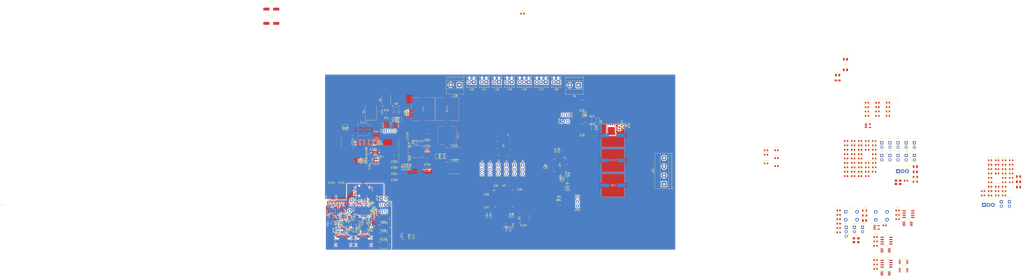
<source format=kicad_pcb>
(kicad_pcb (version 20240108) (generator "pcbnew") (generator_version "8.0")
  (title_block (title "HyperDrive Motor Controller") (rev "Mk. 1") (company "University of Alberta EcoCar Team"))
  (layers (0 "F.Cu" signal) (1 "In1.Cu" power) (2 "In2.Cu" power) (31 "B.Cu" signal) (34 "B.Paste" user) (35 "F.Paste" user) (36 "B.SilkS" user "B.Silkscreen") (37 "F.SilkS" user "F.Silkscreen") (38 "B.Mask" user) (39 "F.Mask" user) (44 "Edge.Cuts" user))
  (net 0 "")
  (net 1 "GND")
  (net 2 "/Motor Interface Controller/VCCIO1")
  (net 3 "/Motor Interface Controller/VCCCORE1")
  (net 4 "/Motor Interface Controller/VCCCORE2")
  (net 5 "/Motor Interface Controller/VCCCORE3")
  (net 6 "+5V")
  (net 7 "Net-(X1-EN)")
  (net 8 "+3V3")
  (net 9 "/Motor Interface Controller/NRST")
  (net 10 "/Motor Gate Driver/CPI")
  (net 11 "/Motor Gate Driver/CPO")
  (net 12 "/Motor Gate Driver/5VOUT")
  (net 13 "+12V")
  (net 14 "/Motor Gate Driver/VS")
  (net 15 "/Motor Gate Driver/VCP")
  (net 16 "/Motor Gate Driver/12VOUT")
  (net 17 "/Motor Gate Driver/Coil Drive W/+3V3_Filtered")
  (net 18 "+3.3VA")
  (net 19 "/Power Delivery/IN_SYS")
  (net 20 "/Power Delivery/Motor Supply Unprotected")
  (net 21 "Net-(U5-VCAP)")
  (net 22 "/Motor Gate Driver/Coil Drive V/+3V3_Filtered")
  (net 23 "Net-(C48-Pad1)")
  (net 24 "Net-(U6-dVdT)")
  (net 25 "GND1")
  (net 26 "Net-(U7-VBUS)")
  (net 27 "Net-(C55-Pad1)")
  (net 28 "Net-(C57-Pad1)")
  (net 29 "VBUS")
  (net 30 "Net-(U8-~{RESET})")
  (net 31 "/Comunications/RTMI Interface/VPP")
  (net 32 "/Comunications/USB Debug Interface/USB_D-")
  (net 33 "/Comunications/USB Debug Interface/USB_D+")
  (net 34 "/Motor Gate Driver/CU")
  (net 35 "/Motor Gate Driver/U")
  (net 36 "/Motor Gate Driver/Coil Drive U/+3V3_Filtered")
  (net 37 "Net-(D27-K)")
  (net 38 "/Motor Gate Driver/CV")
  (net 39 "/Motor Gate Driver/V")
  (net 40 "V_{M}")
  (net 41 "VBAT")
  (net 42 "/Motor Gate Driver/CW")
  (net 43 "/Motor Gate Driver/COIL_{U}")
  (net 44 "Net-(D28-K)")
  (net 45 "/Motor Gate Driver/Coil Drive U/I_{U}")
  (net 46 "Net-(U16-1Y)")
  (net 47 "Net-(U15-1Y)")
  (net 48 "Net-(U16-2Y)")
  (net 49 "Net-(U15-2Y)")
  (net 50 "Net-(U16-3Y)")
  (net 51 "Net-(U15-3Y)")
  (net 52 "/Motor Gate Driver/Coil Drive U/COIL_{U}")
  (net 53 "Net-(U17-EXTCOMP)")
  (net 54 "Logic Power Protected")
  (net 55 "/Power Delivery/Power Regulators/VCC")
  (net 56 "/Power Delivery/Power Regulators/VDDA")
  (net 57 "Net-(U17-CBOOT)")
  (net 58 "/Power Delivery/Power Regulators/SW")
  (net 59 "Net-(JP19-B)")
  (net 60 "/Power Delivery/Power Regulators/FB")
  (net 61 "/Motor Gate Driver/Coil Drive V/COIL_{V}")
  (net 62 "/Power Delivery/Power Regulators/ISNS-")
  (net 63 "/Motor Gate Driver/Coil Drive W/COIL_{W}")
  (net 64 "Net-(D1-A)")
  (net 65 "Net-(D6-A)")
  (net 66 "Net-(D7-A)")
  (net 67 "/Comunications/USB Debug Interface/CBUS0")
  (net 68 "/PWM_UX1_L")
  (net 69 "/PWM_UX1_L_B")
  (net 70 "/PWM_UX1_L_A")
  (net 71 "/PWM_UX1_H_A")
  (net 72 "/PWM_UX1_H_B")
  (net 73 "/PWM_UX1_H")
  (net 74 "/PWM_VX2_L_A")
  (net 75 "/PWM_VX2_L")
  (net 76 "/PWM_VX2_L_B")
  (net 77 "/PWM_VX2_H")
  (net 78 "/PWM_VX2_H_B")
  (net 79 "/PWM_VX2_H_A")
  (net 80 "/PWM_WY1_L_B")
  (net 81 "/PWM_WY1_L")
  (net 82 "/PWM_WY1_L_A")
  (net 83 "/PWM_WY1_H")
  (net 84 "/PWM_WY1_H_A")
  (net 85 "/PWM_WY1_H_B")
  (net 86 "/DRV_EN")
  (net 87 "/Motor Interface Controller/AENC_UX_POS")
  (net 88 "/Motor Interface Controller/AENC_UX_NEG")
  (net 89 "/Motor Interface Controller/AGPI_B")
  (net 90 "/Motor Interface Controller/AGPI_A")
  (net 91 "/Motor Interface Controller/AENC_VN_NEG")
  (net 92 "/Motor Interface Controller/AENC_VN_POS")
  (net 93 "/Motor Interface Controller/Controller A Motor Connections/ENC_A_RAW")
  (net 94 "/Motor Interface Controller/Controller A Motor Connections/ENC_B_RAW")
  (net 95 "/Motor Interface Controller/Controller A Motor Connections/HALL_V_RAW")
  (net 96 "/Motor Interface Controller/Controller A Motor Connections/HALL_WY_RAW")
  (net 97 "/Motor Interface Controller/AENC_WY_NEG")
  (net 98 "/Motor Interface Controller/AENC_WY_POS")
  (net 99 "/EXT_NRST_Controller_A")
  (net 100 "/Motor Interface Controller/PWM_IDLE_H")
  (net 101 "/Controller_A_BRAKE")
  (net 102 "/Motor Interface Controller/BRAKE")
  (net 103 "/Motor Interface Controller/ENO")
  (net 104 "/Controller_A_ENO")
  (net 105 "/Motor Interface Controller/ENI")
  (net 106 "/Controller_A_ENI")
  (net 107 "/Controller_A_DIR")
  (net 108 "/Motor Interface Controller/DIR")
  (net 109 "/Motor Interface Controller/STATUS")
  (net 110 "/Controller_A_STATUS")
  (net 111 "/Motor Gate Driver/SPE")
  (net 112 "/FAULT")
  (net 113 "Net-(JP15-B)")
  (net 114 "/Power Delivery/Power Regulators/ISNS+")
  (net 115 "/Motor Interface Controller/ADC_VM")
  (net 116 "/Motor Gate Driver/CLK")
  (net 117 "/Motor Gate Driver/COIL_{V}")
  (net 118 "Net-(U6-UVLO)")
  (net 119 "Net-(U6-OVP)")
  (net 120 "Net-(U5-GATE)")
  (net 121 "Net-(D5-K)")
  (net 122 "/Power Delivery/Extrernal Motor Controller Enable")
  (net 123 "Net-(U6-ILIM)")
  (net 124 "Net-(U6-PGTH)")
  (net 125 "/Power Delivery/Motor Controller Power Good")
  (net 126 "/Comunications/RTMI Interface/RREF")
  (net 127 "/Comunications/RTMI Interface/USB_D-")
  (net 128 "/Comunications/RTMI Interface/USB_D+")
  (net 129 "Net-(U8-~{STEST_RST})")
  (net 130 "Net-(U8-VBUS_DET)")
  (net 131 "Net-(U10-USBDP)")
  (net 132 "Net-(U10-USBDM)")
  (net 133 "/Motor Gate Driver/HSU")
  (net 134 "/Motor Gate Driver/LSU")
  (net 135 "Net-(J26-Pin_2)")
  (net 136 "Net-(U12-OUT)")
  (net 137 "/V_{M}_BUFFERED")
  (net 138 "/Motor Gate Driver/HSV")
  (net 139 "/Motor Gate Driver/LSV")
  (net 140 "Net-(U13-OUT)")
  (net 141 "Net-(D16-A)")
  (net 142 "/Motor Gate Driver/HSW")
  (net 143 "Net-(D17-A)")
  (net 144 "/Motor Gate Driver/LSW")
  (net 145 "Net-(U14-OUT)")
  (net 146 "/Motor Interface Controller/Controller A Motor Connections/HALL_UX_RAW")
  (net 147 "/Motor Interface Controller/Controller A Motor Connections/ENC_N_RAW")
  (net 148 "Net-(U17-PG_SYNCOUT)")
  (net 149 "Net-(U17-CNFG)")
  (net 150 "Net-(U17-RT)")
  (net 151 "/Power Delivery/Power Regulators/HO")
  (net 152 "/Power Delivery/Power Regulators/LO")
  (net 153 "/FT_SPI_RTMI_MOSI")
  (net 154 "/FT_SPI_RTMI_SS0O")
  (net 155 "/Motor Interface Controller/ENC_A")
  (net 156 "/Motor Interface Controller/ADC_I0_NEG")
  (net 157 "/Motor Interface Controller/HALL_UX")
  (net 158 "/SPI_SCK")
  (net 159 "/Controller_A_UART_RXD")
  (net 160 "/Motor Interface Controller/REF_R")
  (net 161 "/Motor Interface Controller/ENC_N")
  (net 162 "/FT_SPI_RTMI_MISO")
  (net 163 "/Motor Interface Controller/HALL_V")
  (net 164 "/Motor Interface Controller/GPIO1")
  (net 165 "/Motor Interface Controller/PWM_Y2_L")
  (net 166 "/Motor Interface Controller/ADC_I0_POS")
  (net 167 "/Motor Interface Controller/HALL_WY")
  (net 168 "/Motor Interface Controller/ADC_I1_NEG")
  (net 169 "/Motor Interface Controller/GPIO2")
  (net 170 "/Motor Interface Controller/REF_H")
  (net 171 "/FT_SPI_RTMI_SCK")
  (net 172 "/SPI_MISO")
  (net 173 "/Motor Interface Controller/REF_L")
  (net 174 "/Controller_A_PWM_I")
  (net 175 "/SPI_MOSI")
  (net 176 "/FT_SPI_RTMI_TRG")
  (net 177 "/Controller_A_STP")
  (net 178 "/SPI_NSCS_CONTROLLER_A")
  (net 179 "/Motor Interface Controller/PWM_Y2_H")
  (net 180 "/Motor Interface Controller/ADC_I1_POS")
  (net 181 "/Motor Interface Controller/CLK")
  (net 182 "/Motor Interface Controller/ENC2_N")
  (net 183 "/Controller_A_UART_TXD")
  (net 184 "/Motor Interface Controller/ENC_B")
  (net 185 "/Motor Interface Controller/GPIO0")
  (net 186 "/Motor Interface Controller/ENC2_A")
  (net 187 "/Motor Interface Controller/ENC2_B")
  (net 188 "/SPI_NSCS_DRIVER")
  (net 192 "Net-(D29-K)")
  (net 193 "/Motor Gate Driver/Coil Drive V/I_{V}")
  (net 194 "/Motor Gate Driver/W")
  (net 195 "/Motor Gate Driver/COIL_{W}")
  (net 196 "/Motor Gate Driver/Coil Drive W/I_{W}")
  (net 197 "Net-(J22-Pin_2)")
  (net 215 "VREFP")
  (net 218 "Net-(X3-EN)")
  (net 220 "/Microcontroller/NRST")
  (net 231 "Net-(D30-K)")
  (net 236 "VREF")
  (net 241 "/Microcontroller/BOOT0")
  (net 243 "Net-(J23-Pin_2)")
  (net 244 "/UH")
  (net 245 "/VH")
  (net 246 "/WH")
  (net 247 "/VL")
  (net 248 "/UL")
  (net 249 "/WL")
  (net 250 "/Microcontroller/~{MEM_CS}")
  (net 252 "Net-(Q2-G)")
  (net 254 "Net-(J24-Pin_1)")
  (net 256 "/Power Delivery/Montor Controller Fault")
  (net 257 "Net-(Q1-D)")
  (net 258 "Net-(Q1-G)")
  (net 259 "/Power Delivery/Low Power Current Monitor")
  (net 263 "Net-(J21-D+-PadA6)")
  (net 264 "Net-(J21-D--PadA7)")
  (net 266 "/Comunications/RTMI Interface/XCLK_XSCI")
  (net 267 "/Comunications/FT_SPI_RTMI_SS")
  (net 273 "/FT_SPI_RTMI_GPIO1")
  (net 275 "Net-(D31-K)")
  (net 277 "/Comunications/CAN_STBY")
  (net 278 "/Comunications/CAN_RXD")
  (net 279 "/Comunications/CAN Bus Interface/CAN_H")
  (net 280 "/Comunications/CAN_TXD")
  (net 281 "/Comunications/CAN Bus Interface/CAN_L")
  (net 282 "/Comunications/USB_TXD")
  (net 283 "/Comunications/USB_RXD")
  (net 284 "Net-(J11-CC1)")
  (net 285 "Net-(J11-CC2)")
  (net 286 "Net-(J21-CC2)")
  (net 287 "Net-(J21-CC1)")
  (net 288 "/Comunications/FT_3V3")
  (net 289 "Net-(J20-Pin_1)")
  (net 290 "Net-(U9-VBUS)")
  (net 291 "Net-(D26-K)")
  (net 292 "Net-(J11-D--PadA7)")
  (net 293 "Net-(J11-D+-PadA6)")
  (net 294 "/Power Delivery/~{SHDN}")
  (net 298 "Net-(U8-GPIO3)")
  (net 299 "Net-(U8-GPIO2)")
  (net 300 "/Comunications/RTMI_MOSI1")
  (net 301 "/Comunications/FT_SPI_RTMI_GPIO11")
  (net 302 "/Comunications/RTMI_MISO1")
  (net 303 "/Comunications/RTMI_SCK1")
  (net 304 "/Comunications/FT_SPI_RTMI_SS1")
  (net 305 "/Comunications/FT_SPI_RTMI_GPIO01")
  (net 306 "/Comunications/USB_TXD1")
  (net 307 "/Comunications/USB_RXD1")
  (net 308 "Net-(J24-Pin_3)")
  (net 309 "Net-(U23-+)")
  (net 310 "/Microcontroller/PWM_V_H")
  (net 311 "/Microcontroller/CLK")
  (net 312 "/Microcontroller/PWM_U_L")
  (net 313 "/Microcontroller/PWM_U_H")
  (net 314 "/Microcontroller/PWM_V_L")
  (net 315 "/Microcontroller/PWM_W_L")
  (net 316 "/Microcontroller/PWM_W_H")
  (net 320 "/Motor Gate Driver/V_{SENSE, V, BUFFERED}")
  (net 321 "/Motor Gate Driver/I_{V, BUFFERED}")
  (net 322 "/Motor Gate Driver/V_{SENSE, U, BUFFERED}")
  (net 323 "/Motor Gate Driver/I_{U, BUFFERED}")
  (net 324 "/Motor Gate Driver/V_{SENSE, W, BUFFERED}")
  (net 325 "/Motor Gate Driver/I_{W, BUFFERED}")
  (net 326 "Net-(D32-K)")
  (net 327 "VREF_2.5")
  (net 328 "/Microcontroller/VREF_MONITOR")
  (net 330 "GNDPWR")
  (net 331 "/Power Delivery/Power Regulators/VCCX")
  (net 332 "Net-(JP32-B)")
  (net 333 "/Power Delivery/Power Regulators/PFM")
  (net 334 "Net-(D33-K)")
  (net 335 "Net-(D13-A)")
  (net 336 "Net-(D12-A)")
  (net 337 "Net-(D11-K)")
  (net 338 "Net-(D10-K)")
  (net 339 "Net-(C116-Pad1)")
  (net 340 "Net-(C101-Pad1)")
  (net 341 "/Power Delivery/Power Regulators/ISNS_R_{S}-")
  (net 342 "/Power Delivery/Power Regulators/ISNS_DCR-")
  (net 343 "/Power Delivery/Power Regulators/ISNS_DCR+")
  (footprint "Capacitor_SMD:C_2220_5750Metric" (layer "F.Cu") (at 201.7875 67.1 180)
    (property "Reference" "C45")
    (property "Value" "10u")
  )
  (footprint "Resistor_SMD:R_0603_1608Metric" (layer "F.Cu") (at 442.93 104.02)
    (property "Reference" "R37")
    (property "Value" "1k")
  )
  (footprint "Resistor_SMD:R_0603_1608Metric" (layer "F.Cu") (at 75.035 122.245 -90)
    (property "Reference" "R27")
    (property "Value" "10k")
  )
  (footprint "Capacitor_SMD:C_0603_1608Metric" (layer "F.Cu") (at 168.525 137.5)
    (property "Reference" "C151")
    (property "Value" "100n")
  )
  (footprint "Capacitor_SMD:C_0603_1608Metric" (layer "F.Cu") (at 434.91 106.53)
    (property "Reference" "C79")
    (property "Value" "470n")
  )
  (footprint "Resistor_SMD:R_0603_1608Metric" (layer "F.Cu") (at 364.704799 92.958199)
    (property "Reference" "R3")
    (property "Value" "150k")
  )
  (footprint "Resistor_SMD:R_0603_1608Metric" (layer "F.Cu") (at 79.0588 99.25 90)
    (property "Reference" "R63")
    (property "Value" "100k")
  )
  (footprint "Capacitor_SMD:C_0603_1608Metric" (layer "F.Cu") (at 352.674799 87.938199)
    (property "Reference" "C1")
    (property "Value" "3u3")
  )
  (footprint "Capacitor_SMD:C_0603_1608Metric" (layer "F.Cu") (at 161 136.375 -90)
    (property "Reference" "C43")
    (property "Value" "100n")
  )
  (footprint "Resistor_SMD:R_0603_1608Metric" (layer "F.Cu") (at 370.565 73.6)
    (property "Reference" "R97")
    (property "Value" "9k76")
  )
  (footprint "Connector_PinHeader_2.54mm:PinHeader_1x03_P2.54mm_Vertical" (layer "F.Cu") (at 167.9 101.675)
    (property "Reference" "J6")
    (property "Value" "Phase W H")
  )
  (footprint "Capacitor_SMD:CP_Elec_4x4.5" (layer "F.Cu") (at 88.435 147.145)
    (property "Reference" "C126")
    (property "Value" "4u7")
  )
  (footprint "Capacitor_SMD:C_0603_1608Metric" (layer "F.Cu") (at 360.694799 105.508199)
    (property "Reference" "C99")
    (property "Value" "100p")
  )
  (footprint "Resistor_SMD:R_0603_1608Metric" (layer "F.Cu") (at 446.94 99)
    (property "Reference" "R44")
    (property "Value" "2R2")
  )
  (footprint "TerminalBlock_Phoenix:TerminalBlock_Phoenix_MPT-0,5-2-2.54_1x02_P2.54mm_Horizontal" (layer "F.Cu") (at 154.385713 54.4 180)
    (property "Reference" "J15")
    (property "Value" "Screw_Terminal_01x02")
  )
  (footprint "Inductor_SMD:L_0603_1608Metric" (layer "F.Cu") (at 369.52 142.795)
    (property "Reference" "FB8")
    (property "Value" "300R@100MHz 1A")
  )
  (footprint "Capacitor_SMD:C_0603_1608Metric" (layer "F.Cu") (at 348.41 132.645)
    (property "Reference" "C136")
    (property "Value" "100n")
  )
  (footprint "Jumper:SolderJumper-2_P1.3mm_Open_TrianglePad1.0x1.5mm" (layer "F.Cu") (at 121.6 96.75 -90)
    (property "Reference" "JP19")
    (property "Value" "Buck-Reg")
  )
  (footprint "Resistor_SMD:R_0603_1608Metric" (layer "F.Cu") (at 348.41 140.175)
    (property "Reference" "R8")
    (property "Value" "10k")
  )
  (footprint "TerminalBlock_Phoenix:TerminalBlock_Phoenix_MPT-0,5-3-2.54_1x03_P2.54mm_Horizontal" (layer "F.Cu") (at 382.354799 105.208199)
    (property "Reference" "J7")
    (property "Value" "Controller A NRST")
  )
  (footprint "TerminalBlock_Phoenix:TerminalBlock_Phoenix_MKDS-1,5-2-5.08_1x02_P5.08mm_Horizontal" (layer "F.Cu") (at 199.8735 56.092 180)
    (property "Reference" "J9")
    (property "Value" "Motor Supply Input")
  )
  (footprint "ecocad:HRS_DF20EG-10DP-1V_52_" (layer "F.Cu") (at 76.435 116.3825 -90)
    (property "Reference" "J13")
    (property "Value" "Conn_02x05_Odd_Even")
  )
  (footprint "Capacitor_SMD:C_0603_1608Metric" (layer "F.Cu") (at 360.694799 102.998199)
    (property "Reference" "C98")
    (property "Value" "1n")
  )
  (footprint "Capacitor_SMD:C_0603_1608Metric" (layer "F.Cu") (at 97.681 102.834 -90)
    (property "Reference" "C161")
    (property "Value" "100n")
  )
  (footprint "LED_SMD:LED_0603_1608Metric" (layer "F.Cu") (at 386.924799 110.628199)
    (property "Reference" "D1")
    (property "Value" "GREEN")
  )
  (footprint "Package_SO:MSOP-8_3x3mm_P0.65mm" (layer "F.Cu") (at 375.23 163.625)
    (property "Reference" "U12")
    (property "Value" "AD8418")
  )
  (footprint "Package_TO_SOT_SMD:TDSON-8-1" (layer "F.Cu") (at 99.733 97.724 -90)
    (property "Reference" "Q10")
    (property "Value" "CSD19534Q5A")
  )
  (footprint "Capacitor_SMD:C_0603_1608Metric" (layer "F.Cu") (at 62.125 131.925 -90)
    (property "Reference" "C68")
    (property "Value" "100n")
  )
  (footprint "Capacitor_SMD:C_0603_1608Metric" (layer "F.Cu") (at 438.92 104.02)
    (property "Reference" "C91")
    (property "Value" "100n")
  )
  (footprint "Resistor_SMD:R_0603_1608Metric" (layer "F.Cu") (at 364.704799 87.938199)
    (property "Reference" "R1")
    (property "Value" "100R")
  )
  (footprint "Capacitor_SMD:C_0603_1608Metric" (layer "F.Cu") (at 73.335 122.245 90)
    (property "Reference" "C56")
    (property "Value" "100n")
  )
  (footprint "Package_SO:TSSOP-8_3x3mm_P0.65mm" (layer "F.Cu") (at 385.45 157.06)
    (property "Reference" "U15")
    (property "Value" "74LVC3G17")
  )
  (footprint "Resistor_SMD:R_0603_1608Metric" (layer "F.Cu") (at 364.704799 100.488199)
    (property "Reference" "R50")
    (property "Value" "1k")
  )
  (footprint "Resistor_SMD:R_0603_1608Metric" (layer "F.Cu") (at 368.714799 105.508199)
    (property "Reference" "R61")
    (property "Value" "4k7")
  )
  (footprint "Capacitor_SMD:CP_Elec_6.3x9.9" (layer "F.Cu") (at 24.3163 20.7664)
    (property "Reference" "C121")
    (property "Value" "100u")
  )
  (footprint "Resistor_SMD:R_0603_1608Metric" (layer "F.Cu") (at 368.714799 92.958199)
    (property "Reference" "R56")
    (property "Value" "4k7")
  )
  (footprint "TerminalBlock_Phoenix:TerminalBlock_Phoenix_MKDS-1,5-2_1x02_P5.00mm_Horizontal" (layer "F.Cu") (at 131.8 55.9 180)
    (property "Reference" "J18")
    (property "Value" "Logic Supply Input")
  )
  (footprint "Capacitor_SMD:C_0603_1608Metric" (layer "F.Cu") (at 306.915 95.79)
    (property "Reference" "C153")
    (property "Value" "100n")
  )
  (footprint "Capacitor_SMD:C_0603_1608Metric" (layer "F.Cu") (at 438.92 101.51)
    (property "Reference" "C90")
    (property "Value" "1n")
  )
  (footprint "Capacitor_SMD:C_0603_1608Metric" (layer "F.Cu") (at 203.3875 73.2)
    (property "Reference" "C47")
    (property "Value" "100n")
  )
  (footprint "Capacitor_SMD:C_0805_2012Metric" (layer "F.Cu") (at 451.17 111.29)
    (property "Reference" "C80")
    (property "Value" "2u2")
  )
  (footprint "Capacitor_SMD:C_0603_1608Metric" (layer "F.Cu") (at 352.674799 108.018199)
    (property "Reference" "C10")
    (property "Value" "100n")
  )
  (footprint "Jumper:SolderJumper-2_P1.3mm_Open_TrianglePad1.0x1.5mm" (layer "F.Cu") (at 97.7625 75.8125 90)
    (property "Reference" "JP15")
    (property "Value" "Active Retry")
  )
  (footprint "Diode_SMD:D_SOD-123" (layer "F.Cu") (at 208.1875 80.3 -90)
    (property "Reference" "D26")
    (property "Value" "D_Zener")
  )
  (footprint "Package_DFN_QFN:Texas_RGE0024H_VQFN-24-1EP_4x4mm_P0.5mm_EP2.7x2.7mm_ThermalVias" (layer "F.Cu") (at 95.6 69.9625)
    (property "Reference" "U6")
    (property "Value" "TPS26631RGE")
  )
  (footprint "Connector_PinHeader_2.54mm:PinHeader_1x02_P2.54mm_Vertical" (layer "F.Cu") (at 193.5975 73.1 -90)
    (property "Reference" "JP14")
    (property "Value" "Always ON")
  )
  (footprint "Capacitor_SMD:C_0603_1608Metric" (layer "F.Cu") (at 104.7 142.625 90)
    (property "Reference" "C70")
    (property "Value" "100n")
  )
  (footprint "Capacitor_SMD:C_0805_2012Metric" (layer "F.Cu") (at 352.269799 41.298199)
    (property "Reference" "C117")
    (property "Value" "10u")
  )
  (footprint "Inductor_SMD:L_0805_2012Metric" (layer "F.Cu") (at 158.4 135.6 180)
    (property "Reference" "FB2")
    (property "Value" "600@100MHz 1A")
  )
  (footprint "Capacitor_SMD:C_0805_2012Metric" (layer "F.Cu") (at 347.819799 50.328199)
    (property "Reference" "C112")
    (property "Value" "10u")
  )
  (footprint "Capacitor_SMD:C_0805_2012Metric" (layer "F.Cu") (at 451.17 114.3)
    (property "Reference" "C87")
    (property "Value" "2u2")
  )
  (footprint "Resistor_SMD:R_0603_1608Metric" (layer "F.Cu") (at 368.714799 90.448199)
    (property "Reference" "R55")
    (property "Value" "4k7")
  )
  (footprint "Capacitor_SMD:C_0805_2012Metric" (layer "F.Cu") (at 193.28 112.702722 180)
    (property "Reference" "C32")
    (property "Value" "4u7")
  )
  (footprint "Capacitor_SMD:C_0805_2012Metric" (layer "F.Cu") (at 203.3375 71.3 180)
    (property "Reference" "C46")
    (property "Value" "22n")
  )
  (footprint "Capacitor_SMD:C_0603_1608Metric" (layer "F.Cu") (at 434.91 104.02)
    (property "Reference" "C78")
    (property "Value" "2n2")
  )
  (footprint "Package_SO:SOIC-8_3.9x4.9mm_P1.27mm" (layer "F.Cu") (at 169.095 132.025 90)
    (property "Reference" "U4")
    (property "Value" "M95256-WMN6P")
  )
  (footprint "Capacitor_SMD:C_0805_2012Metric" (layer "F.Cu") (at 72.25 88.25 90)
    (property "Reference" "C111")
    (property "Value" "10u")
  )
  (footprint "Capacitor_SMD:C_0805_2012Metric" (layer "F.Cu") (at 352.269799 47.318199)
    (property "Reference" "C120")
    (property "Value" "10u")
  )
  (footprint "Capacitor_SMD:C_0603_1608Metric" (layer "F.Cu") (at 360.694799 97.978199)
    (property "Reference" "C96")
    (property "Value" "1n")
  )
  (footprint "Capacitor_SMD:C_0603_1608Metric" (layer "F.Cu") (at 80.135 135.545)
    (property "Reference" "C57")
    (property "Value" "47p")
  )
  (footprint "Capacitor_SMD:C_0603_1608Metric" (layer "F.Cu") (at 147.2 117.05 180)
    (property "Reference" "C36")
    (property "Value" "100n")
  )
  (footprint "Capacitor_SMD:C_0805_2012Metric" (layer "F.Cu") (at 190.298881 93.263856 90)
    (property "Reference" "C28")
    (property "Value" "2u2")
  )
  (footprint "Capacitor_SMD:C_0603_1608Metric" (layer "F.Cu") (at 370.565 66.07)
    (property "Reference" "C147")
    (property "Value" "C")
  )
  (footprint "Connector_PinHeader_2.54mm:PinHeader_1x03_P2.54mm_Vertical" (layer "F.Cu") (at 352.74 137.245)
    (property "Reference" "J22")
    (property "Value" "VREF_SELECT")
  )
  (footprint "Capacitor_SMD:C_0603_1608Metric" (layer "F.Cu") (at 356.684799 105.508199)
    (property "Reference" "C19")
    (property "Value" "C")
  )
  (footprint "Capacitor_SMD:C_0603_1608Metric" (layer "F.Cu") (at 356.684799 90.448199)
    (property "Reference" "C13")
    (property "Value" "100n")
  )
  (footprint "Capacitor_SMD:C_0603_1608Metric" (layer "F.Cu") (at 360.694799 100.488199)
    (property "Reference" "C97")
    (property "Value" "100p")
  )
  (footprint "Inductor_SMD:L_0805_2012Metric" (layer "F.Cu") (at 363.24 130.495)
    (property "Reference" "FB7")
    (property "Value" "600R/1A")
  )
  (footprint "Package_DFN_QFN:VQFN-32-1EP_5x5mm_P0.5mm_EP3.1x3.1mm" (layer "F.Cu") (at 77.385 128.2075 -90)
    (property "Reference" "U8")
    (property "Value" "FT4222HQ")
  )
  (footprint "Resistor_SMD:R_0603_1608Metric" (layer "F.Cu") (at 376.575 71.09)
    (property "Reference" "R92")
    (property "Value" "5k")
  )
  (footprint "Capacitor_SMD:C_0603_1608Metric" (layer "F.Cu") (at 86.1986 91.148)
    (property "Reference" "C109")
    (property "Value" "100n")
  )
  (footprint "Package_TO_SOT_SMD:SOT-23-6" (layer "F.Cu") (at 203.3875 75.8)
    (property "Reference" "U5")
    (property "Value" "LM74700")
  )
  (footprint "Capacitor_SMD:C_0603_1608Metric" (layer "F.Cu") (at 434.91 101.51)
    (property "Reference" "C77")
    (property "Value" "C")
  )
  (footprint "Capacitor_SMD:C_0603_1608Metric" (layer "F.Cu") (at 82.935 128.845)
    (property "Reference" "C59")
    (property "Value" "100n")
  )
  (footprint "Resistor_SMD:R_0603_1608Metric" (layer "F.Cu") (at 446.94 106.53)
    (property "Reference" "R47")
    (property "Value" "10k")
  )
  (footprint "Capacitor_SMD:C_0603_1608Metric" (layer "F.Cu") (at 348.41 135.155)
    (property "Reference" "C137")
    (property "Value" "100n")
  )
  (footprint "Resistor_SMD:R_0603_1608Metric" (layer "F.Cu") (at 369.52 158.485)
    (property "Reference" "R82")
    (property "Value" "147k")
  )
  (footprint "Resistor_SMD:R_0603_1608Metric" (layer "F.Cu") (at 364.704799 105.508199)
    (property "Reference" "R52")
    (property "Value" "4k7")
  )
  (footprint "TestPoint:TestPoint_Loop_D1.80mm_Drill1.0mm_Beaded" (layer "F.Cu") (at 70.235 121.745 90)
    (property "Reference" "TP1")
    (property "Value" "GPIO2")
  )
  (footprint "Capacitor_SMD:C_0603_1608Metric" (layer "F.Cu") (at 58.835 124.845)
    (property "Reference" "C128")
    (property "Value" "100n")
  )
  (footprint "Resistor_SMD:R_0603_1608Metric" (layer "F.Cu") (at 369.52 145.305)
    (property "Reference" "R84")
    (property "Value" "147k")
  )
  (footprint "Capacitor_SMD:C_0603_1608Metric" (layer "F.Cu") (at 356.684799 92.958199)
    (property "Reference" "C14")
    (property "Value" "100n")
  )
  (footprint "Package_TO_SOT_SMD:SOT-23-5" (layer "F.Cu") (at 370.09 137.32)
    (property "Reference" "U23")
    (property "Value" "TSV911RILT")
  )
  (footprint "Capacitor_SMD:C_1210_3225Metric" (layer "F.Cu") (at 94.5 107.971334 180)
    (property "Reference" "C103")
    (property "Value" "4u7")
  )
  (footprint "ecocad:RGY0024F-MFG" (layer "F.Cu") (at 83.607999 94.559999 90)
    (property "Reference" "U17")
    (property "Value" "LM5148RGYR")
  )
  (footprint "Capacitor_SMD:C_0603_1608Metric" (layer "F.Cu") (at 190.425 109.33817 180)
    (property "Reference" "C27")
    (property "Value" "220n")
  )
  (footprint "Connector_PinHeader_2.54mm:PinHeader_1x02_P2.54mm_Vertical" (layer "F.Cu") (at 191.0475 76.8 90)
    (property "Reference" "JP16")
    (property "Value" "Always OFF")
  )
  (footprint "Resistor_SMD:R_0603_1608Metric" (layer "F.Cu") (at 442.93 109.04)
    (property "Reference" "R39")
    (property "Value" "2R2")
  )
  (footprint "Capacitor_SMD:C_0603_1608Metric" (layer "F.Cu") (at 434.91 109.04)
    (property "Reference" "C81")
    (property "Value" "1n")
  )
  (footprint "Capacitor_SMD:C_0603_1608Metric" (layer "F.Cu") (at 82.935 127.245)
    (property "Reference" "C64")
    (property "Value" "100n")
  )
  (footprint "Capacitor_SMD:C_0603_1608Metric" (layer "F.Cu") (at 107 142.625 90)
    (property "Reference" "C71")
    (property "Value" "100n")
  )
  (footprint "Capacitor_SMD:C_0805_2012Metric" (layer "F.Cu") (at 392.184799 102.588199)
    (property "Reference" "C7")
    (property "Value" "4u7")
  )
  (footprint "Resistor_SMD:R_0603_1608Metric" (layer "F.Cu") (at 90.0325 71.7825)
    (property "Reference" "R10")
    (property "Value" "R")
  )
  (footprint "Capacitor_SMD:C_0603_1608Metric" (layer "F.Cu") (at 160.85 130.4 -90)
    (property "Reference" "C38")
    (property "Value" "100n")
  )
  (footprint "Resistor_SMD:R_0603_1608Metric" (layer "F.Cu") (at 364.704799 108.018199)
    (property "Reference" "R53")
    (property "Value" "4k7")
  )
  (footprint "Resistor_SMD:R_0603_1608Metric" (layer "F.Cu") (at 80.135 133.845 180)
    (property "Reference" "R23")
    (property "Value" "12k")
  )
  (footprint "Resistor_SMD:R_0603_1608Metric" (layer "F.Cu") (at 446.94 111.55)
    (property "Reference" "R49")
    (property "Value" "1k")
  )
  (footprint "Resistor_SMD:R_0603_1608Metric" (layer "F.Cu") (at 442.93 111.55)
    (property "Reference" "R40")
    (property "Value" "10k")
  )
  (footprint "Capacitor_SMD:C_1210_3225Metric" (layer "F.Cu") (at 113.25 88.69 180)
    (property "Reference" "C125")
    (property "Value" "100u")
  )
  (footprint "Resistor_SMD:R_0603_1608Metric" (layer "F.Cu") (at 364.704799 90.448199)
    (property "Reference" "R2")
    (property "Value" "11k")
  )
  (footprint "Resistor_SMD:R_0603_1608Metric" (layer "F.Cu") (at 368.714799 95.468199)
    (property "Reference" "R57")
    (property "Value" "4k7")
  )
  (footprint "Capacitor_SMD:C_0603_1608Metric" (layer "F.Cu") (at 360.694799 90.448199)
    (property "Reference" "C93")
    (property "Value" "100n")
  )
  (footprint "Capacitor_SMD:C_0603_1608Metric" (layer "F.Cu") (at 100.689 102.834 -90)
    (property "Reference" "C159")
    (property "Value" "100n")
  )
  (footprint "Capacitor_SMD:C_0603_1608Metric" (layer "F.Cu") (at 190.425 107.780895 180)
    (property "Reference" "C23")
    (property "Value" "22n")
  )
  (footprint "Capacitor_SMD:C_0603_1608Metric" (layer "F.Cu") (at 360.694799 95.468199)
    (property "Reference" "C95")
    (property "Value" "100p")
  )
  (footprint "Capacitor_SMD:C_0603_1608Metric" (layer "F.Cu") (at 193.5 114.509998 180)
    (property "Reference" "C31")
    (property "Value" "470n")
  )
  (footprint "Package_SO:SOIC-8_3.9x4.9mm_P1.27mm" (layer "F.Cu") (at 64.535 120.345 90)
    (property "Reference" "U22")
    (property "Value" "~")
  )
  (footprint "ecocad:RES_2012_SUS" (layer "F.Cu") (at 113.3975 94.035)
    (property "Reference" "R75")
    (property "Value" "5m")
  )
  (footprint "Resistor_SMD:R_0603_1608Metric" (layer "F.Cu") (at 95.5625 75.6125 -90)
    (property "Reference" "R18")
    (property "Value" "R")
  )
  (footprint "Package_TO_SOT_SMD:TO-252-2" (layer "F.Cu") (at 129.315 95.17)
    (property "Reference" "U19")
    (property "Value" "AZ1084-5.0")
  )
  (footprint "Capacitor_SMD:C_0603_1608Metric" (layer "F.Cu") (at 352.674799 102.998199)
    (property "Reference" "C8")
    (property "Value" "100n")
  )
  (footprint "Connector_PinHeader_2.54mm:PinHeader_1x03_P2.54mm_Vertical" (layer "F.Cu") (at 163.25 101.675)
    (property "Reference" "J5")
    (property "Value" "Phase W L")
  )
  (footprint "Resistor_SMD:R_0603_1608Metric" (layer "F.Cu") (at 306.915 100.81)
    (property "Reference" "R99")
    (property "Value" "10k")
  )
  (footprint "Capacitor_SMD:C_0603_1608Metric" (layer "F.Cu") (at 348.41 130.135)
    (property "Reference" "C135")
    (property "Value" "100n")
  )
  (footprint "Resistor_SMD:R_0603_1608Metric" (layer "F.Cu") (at 376.575 73.6)
    (property "Reference" "R93")
    (property "Value" "9k76")
  )
  (footprint "Connector_PinHeader_2.54mm:PinHeader_1x02_P2.54mm_Vertical" (layer "F.Cu") (at 382.344799 89.008199)
    (property "Reference" "JP3")
    (property "Value" "PWM_H_L")
  )
  (footprint "Diode_SMD:D_SMC" (layer "F.Cu") (at 81.15 71.125 90)
    (property "Reference" "D2")
    (property "Value" "SMCJ36CA")
  )
  (footprint "TerminalBlock_Phoenix:TerminalBlock_Phoenix_MPT-0,5-2-2.54_1x02_P2.54mm_Horizontal" (layer "F.Cu") (at 147.177142 54.4 180)
    (property "Reference" "J14")
    (property "Value" "Screw_Terminal_01x02")
  )
  (footprint "Resistor_SMD:R_0603_1608Metric" (layer "F.Cu") (at 382.07 130.135)
    (property "Reference" "R9")
    (property "Value" "147k")
  )
  (footprint "Resistor_SMD:R_0603_1608Metric" (layer "F.Cu") (at 446.94 104.02)
    (property "Reference" "R46")
    (property "Value" "10k")
  )
  (footprint "Resistor_SMD:R_0603_1608Metric" (layer "F.Cu") (at 82.935 125.645 180)
    (property "Reference" "R28")
    (property "Value" "0R")
  )
  (footprint "Connector_USB:USB_C_Receptacle_GCT_USB4105-xx-A_16P_TopMnt_Horizontal" (layer "F.Cu") (at 77 146.325)
    (property "Reference" "J21")
    (property "Value" "USB_C_Receptacle_USB2.0_14P")
  )
  (footprint "Resistor_SMD:R_0603_1608Metric" (layer "F.Cu") (at 370.565 71.09)
    (property "Reference" "R96")
    (property "Value" "5k")
  )
  (footprint "Connector_PinHeader_2.54mm:PinHeader_1x02_P2.54mm_Vertical" (layer "F.Cu") (at 382.344799 96.208199)
    (property "Reference" "JP8")
    (property "Value" "Controller A ENI")
  )
  (footprint "Resistor_SMD:R_0603_1608Metric" (layer "F.Cu") (at 193.5 110.895446 180)
    (property "Reference" "R7")
    (property "Value" "1R")
  )
  (footprint "Capacitor_SMD:C_0603_1608Metric" (layer "F.Cu") (at 83.235 138.045 90)
    (property "Reference" "C127")
    (property "Value" "100n")
  )
  (footprint "Connector_PinHeader_2.54mm:PinHeader_1x02_P2.54mm_Vertical" (layer "F.Cu") (at 391.644799 96.208199)
    (property "Reference" "JP10")
    (property "Value" "Controller A EXT STATUS")
  )
  (footprint "Capacitor_SMD:C_0603_1608Metric" (layer "F.Cu") (at 376.575 68.58)
    (property "Reference" "C150")
    (property "Value" "100n")
  )
  (footprint "Capacitor_SMD:C_0603_1608Metric" (layer "F.Cu") (at 102.193 102.834 -90)
    (property "Reference" "C158")
    (property "Value" "100n")
  )
  (footprint "digikey-footprints:SOT-23-3" (layer "F.Cu") (at 188.72 123.27)
    (property "Reference" "VR1")
    (property "Value" "LM4040DYM3-2.5-TR")
  )
  (footprint "TestPoint:TestPoint_Loop_D1.80mm_Drill1.0mm_Beaded" (layer "F.Cu") (at 69.135 127.845 90)
    (property "Reference" "TP2")
    (property "Value" "GPIO3")
  )
  (footprint "Capacitor_SMD:C_0805_2012Metric" (layer "F.Cu") (at 103.67 84.881 90)
    (property "Reference" "C116")
    (property "Value" "C")
  )
  (footprint "Capacitor_SMD:C_1210_3225Metric" (layer "F.Cu") (at 94.5 100.971334 180)
    (property "Reference" "C105")
    (property "Value" "4u7")
  )
  (footprint "TerminalBlock_Phoenix:TerminalBlock_Phoenix_MPT-0,5-2-2.54_1x02_P2.54mm_Horizontal" (layer "F.Cu") (at 188.3 54.4 180)
    (property "Reference" "J20")
    (property "Value" "EXT Power Stage EN")
  )
  (footprint "Resistor_SMD:R_0603_1608Metric" (layer "F.Cu") (at 227.2825 79.175 -90)
    (property "Reference" "R19")
    (property "Value" "1k")
  )
  (footprint "Inductor_SMD:L_0603_1608Metric" (layer "F.Cu") (at 369.52 155.975)
    (property "Reference" "FB10")
    (property "Value" "300R@100MHz 1A")
  )
  (footprint "Resistor_SMD:R_0603_1608Metric" (layer "F.Cu") (at 442.93 106.53)
    (property "Reference" "R38")
    (property "Value" "2R2")
  )
  (footprint "Capacitor_SMD:C_0603_1608Metric" (layer "F.Cu") (at 188.118433 108.555895 -90)
    (property "Reference" "C25")
    (property "Value" "100n")
  )
  (footprint "Connector_USB:USB_C_Receptacle_GCT_USB4105-xx-A_16P_TopMnt_Horizontal" (layer "F.Cu") (at 65.4075 146.325)
    (property "Reference" "J11")
    (property "Value" "USB_C_Receptacle_USB2.0_14P")
  )
  (footprint "Capacitor_SMD:C_0603_1608Metric" (layer "F.Cu") (at 152.575 112.2 180)
    (property "Reference" "C35")
    (property "Value" "100n")
  )
  (footprint "Capacitor_SMD:C_0603_1608Metric" (layer "F.Cu") (at 80.636 99.25 -90)
    (property "Reference" "C102")
    (property "Value" "100p")
  )
  (footprint "Capacitor_SMD:C_0603_1608Metric" (layer "F.Cu") (at 434.91 119.08)
    (property "Reference" "C86")
    (property "Value" "470n")
  )
  (footprint "Inductor_SMD:L_0805_2012Metric" (layer "F.Cu") (at 363.24 127.745)
    (property "Reference" "FB6")
    (property "Value" "600@100MHz 1A")
  )
  (footprint "Capacitor_SMD:C_0603_1608Metric" (layer "F.Cu") (at 356.684799 97.978199)
    (property "Reference" "C16")
    (property "Value" "3u3")
  )
  (footprint "Resistor_SMD:R_0603_1608Metric" (layer "F.Cu") (at 364.704799 102.998199)
    (property "Reference" "R51")
    (property "Value" "4k7")
  )
  (footprint "Capacitor_SMD:CP_Elec_4x4.5" (layer "F.Cu") (at 88.435 142.245)
    (property "Reference" "C58")
    (property "Value" "4u7")
  )
  (footprint "Capacitor_SMD:C_0603_1608Metric" (layer "F.Cu") (at 223.1325 80.775 -90)
    (property "Reference" "C48")
    (property "Value" "OPTIONAL")
  )
  (footprint "Capacitor_SMD:C_0603_1608Metric" (layer "F.Cu") (at 82.935 130.445)
    (property "Reference" "C61")
    (property "Value" "100n")
  )
  (footprint "Package_TO_SOT_SMD:SOT-23-6" (layer "F.Cu") (at 65.495 138.945 90)
    (property "Reference" "U9")
    (property "Value" "USBLC6-2SC6")
  )
  (footprint "Connector_PinHeader_2.54mm:PinHeader_1x02_P2.54mm_Vertical" (layer "F.Cu") (at 89.685 124.445 -90)
    (property "Reference" "J12")
    (property "Value" "FTDI_OTP_PROG")
  )
  (footprint "Resistor_SMD:R_0603_1608Metric" (layer "F.Cu") (at 368.714799 100.488199)
    (property "Reference" "R59")
    (property "Value" "4k7")
  )
  (footprint "Package_DFN_QFN:DFN-8-1EP_3x3mm_P0.65mm_EP1.55x2.4mm" (layer "F.Cu") (at 101.025 141.95 90)
    (property "Reference" "U11")
    (property "Value" "MCP2542FDxMF")
  )
  (footprint "Resistor_SMD:R_0603_1608Metric" (layer "F.Cu") (at 76.335 134.745 90)
    (property "Reference" "R24")
    (property "Value" "27R")
  )
  (footprint "ecocad:QFN76_10P5X6P5_TRI" (layer "F.Cu") (at 156.923801 90.800002 -90)
    (property "Reference" "U1")
    (property "Value" "TMC4671-LA")
  )
  (footprint "Capacitor_SMD:CP_Elec_6.3x9.9" (layer "F.Cu") (at 24.3163 12.6164)
    (property "Reference" "C115")
    (property "Value" "100u")
  )
  (footprint "Package_TO_SOT_SMD:TO-252-2" (layer "F.Cu") (at 129.315 103.225)
    (property "Reference" "U20")
    (property "Value" "AZ1084-3.3")
  )
  (footprint "Capacitor_SMD:C_1210_3225Metric" (layer "F.Cu") (at 94.5 97.5 180)
    (property "Reference" "C123")
    (property "Value" "4u7")
  )
  (footprint "Capacitor_SMD:C_0603_1608Metric" (layer "F.Cu") (at 58.635 113.245)
    (property "Reference" "C129")
    (property "Value" "100n")
  )
  (footprint "Package_TO_SOT_SMD:TO-252-2" (layer "F.Cu") (at 67.7475 89.59 -90)
    (property "Reference" "U18")
    (property "Value" "AZ1084-5.0")
  )
  (footprint "Capacitor_SMD:C_0603_1608Metric" (layer "F.Cu") (at 84.192 99.276 -90)
    (property "Reference" "C108")
    (property "Value" "100n")
  )
  (footprint "TerminalBlock_Phoenix:TerminalBlock_Phoenix_MPT-0,5-3-2.54_1x03_P2.54mm_Horizontal" (layer "F.Cu") (at 431.42 124.46)
    (property "Reference" "J8")
    (property "Value" "Gate Driver EXT DRV_EN")
  )
  (footprint "Resistor_SMD:R_0603_1608Metric" (layer "F.Cu") (at 86.1986 89.624)
    (property "Reference" "R64")
    (property "Value" "100k")
  )
  (footprint "Capacitor_SMD:C_0603_1608Metric" (layer "F.Cu") (at 438.92 106.53)
    (property "Reference" "C92")
    (property "Value" "2n2")
  )
  (footprint "Resistor_SMD:R_0603_1608Metric" (layer "F.Cu") (at 442.93 99)
    (property "Reference" "R35")
    (property "Value" "10k")
  )
  (footprint "Capacitor_SMD:C_0603_1608Metric" (layer "F.Cu") (at 356.684799 108.018199)
    (property "Reference" "C20")
    (property "Value" "100n")
  )
  (footprint "Button_Switch_THT:SW_PUSH_6mm" (layer "F.Cu") (at 352.44 128.395)
    (property "Reference" "SW2")
    (property "Value" "NRST")
  )
  (footprint "Resistor_SMD:R_0603_1608Metric" (layer "F.Cu") (at 75.9044 99.25 90)
    (property "Reference" "R65")
    (property "Value" "40k2")
  )
  (footprint "Connector_PinHeader_2.54mm:PinHeader_1x02_P2.54mm_Vertical" (layer "F.Cu") (at 373.044799 89.008199)
    (property "Reference" "JP1")
    (property "Value" "Controller A EXT Reset EN")
  )
  (footprint "Capacitor_SMD:C_0805_2012Metric" (layer "F.Cu") (at 363.19 133.375)
    (property "Reference" "C134")
    (property "Value" "1u")
  )
  (footprint "Resistor_SMD:R_0603_1608Metric" (layer "F.Cu") (at 77.835 134.745 90)
    (property "Reference" "R25")
    (property "Value" "27R")
  )
  (footprint "Capacitor_SMD:C_2220_5750Metric" (layer "F.Cu") (at 201.8 81.125 180)
    (property "Reference" "C49")
    (property "Value" "47u")
  )
  (footprint "Capacitor_SMD:C_0603_1608Metric" (layer "F.Cu") (at 312.925 97.79)
    (property "Reference" "C156")
    (property "Value" "100n")
  )
  (footprint "Package_SO:SOIC-8_3.9x4.9mm_P1.27mm" (layer "F.Cu") (at 375.75 158.075)
    (property "Reference" "U25")
    (property "Value" "TSV912IDT")
  )
  (footprint "Resistor_SMD:R_0603_1608Metric" (layer "F.Cu") (at 92.3625 75.6125 -90)
    (property "Reference" "R12")
    (property "Value" "R")
  )
  (footprint "Resistor_SMD:R_0603_1608Metric" (layer "F.Cu") (at 101.4625 72.9125)
    (property "Reference" "R21")
    (property "Value" "R")
  )
  (footprint "Capacitor_SMD:C_0603_1608Metric" (layer "F.Cu") (at 430.9 119.08)
    (property "Reference" "C74")
    (property "Value" "1n")
  )
  (footprint "Capacitor_SMD:C_1210_3225Metric" (layer "F.Cu") (at 94.5 104.500001 180)
    (property "Reference" "C104")
    (property "Value" "4u7")
  )
  (footprint "Resistor_SMD:R_0603_1608Metric" (layer "F.Cu") (at 442.93 116.57)
    (property "Reference" "R42")
    (property "Value" "3m")
  )
  (footprint "Connector_PinHeader_2.54mm:PinHeader_1x02_P2.54mm_Vertical" (layer "F.Cu") (at 373.044799 96.208199)
    (property "Reference" "JP6")
    (property "Value" "Controller A EXT BRAKE")
  )
  (footprint "Capacitor_SMD:C_0805_2012Metric" (layer "F.Cu") (at 392.184799 105.598199)
    (property "Reference" "C12")
    (property "Value" "4u7")
  )
  (footprint "Capacitor_SMD:C_0603_1608Metric" (layer "F.Cu") (at 79.6875 138.045 -90)
    (property "Reference" "C54")
    (property "Value" "100n")
  )
  (footprint "TerminalBlock_Phoenix:TerminalBlock_Phoenix_MPT-0,5-3-2.54_1x03_P2.54mm_Horizontal" (layer "F.Cu") (at 171.342855 54.4 180)
    (property "Reference" "J16")
    (property "Value" "Screw_Terminal_01x03")
  )
  (footprint "TerminalBlock_Phoenix:TerminalBlock_Phoenix_MKDS-1,5-4_1x04_P5.00mm_Horizontal" (layer "F.Cu") (at 248.7 112.6 90)
    (property "Reference" "J25")
    (property "Value" "Motor Power Connector")
  )
  (footprint "Package_DFN_QFN:DFN-12-1EP_3x3mm_P0.45mm_EP1.65x2.38mm" (layer "F.Cu") (at 65.415 131.25)
    (property "Reference" "U10")
    (property "Value" "FT234XD-R")
  )
  (footprint "Package_SO:SOIC-8_3.9x4.9mm_P1.27mm" (layer "F.Cu") (at 375.75 144.895)
    (property "Reference" "U26")
    (property "Value" "TSV912IDT")
  )
  (footprint "Diode_SMD:D_SOD-123" (layer "F.Cu") (at 210.6875 77 -90)
    (property "Reference" "D5")
    (property "Value" "D_Schottky")
  )
  (footprint "Resistor_SMD:R_0603_1608Metric" (layer "F.Cu") (at 101.4625 69.7125 180)
    (property "Reference" "R22")
    (property "Value" "24k")
  )
  (footprint "Capacitor_SMD:C_0603_1608Metric" (layer "F.Cu") (at 106.2195 89.5)
    (property "Reference" "R74")
    (property "Value" "R")
  )
  (footprint "Package_SO:QSOP-16_3.9x4.9mm_P0.635mm" (layer "F.Cu") (at 58.635 120.345 90)
    (property "Reference" "U21")
    (property "Value" "MAX14850AEE+")
  )
  (footprint "Capacitor_SMD:C_0805_2012Metric" (layer "F.Cu") (at 451.17 108.28)
    (property "Reference" "C73")
    (property "Value" "2u2")
  )
  (footprint "Capacitor_SMD:C_0603_1608Metric" (layer "F.Cu") (at 109.2805 89.5)
    (property "Reference" "C124")
    (property "Value" "100n")
  )
  (footprint "ecocad:QFN37_7X7_ADI" (layer "F.Cu") (at 189.2 101.8 -90)
    (property "Reference" "U2")
    (property "Value" "~")
  )
  (footprint "Resistor_SMD:R_0603_1608Metric" (layer "F.Cu") (at 61.335 138.945 90)
    (property "Reference" "R79")
    (property "Value" "5k1")
  )
  (footprint "Resistor_SMD:R_0603_1608Metric" (layer "F.Cu") (at 438.92 119.08)
    (property "Reference" "R34")
    (property "Value" "10k")
  )
  (footprint "Capacitor_SMD:C_0603_1608Metric" (layer "F.Cu") (at 99.185 102.834 -90)
    (property "Reference" "C160")
    (property "Value" "100n")
  )
  (footprint "Capacitor_SMD:C_0805_2012Metric" (layer "F.Cu") (at 66.5 82)
    (property "Reference" "C110")
    (property "Value" "10u")
  )
  (footprint "Capacitor_SMD:C_0603_1608Metric" (layer "F.Cu") (at 360.694799 87.938199)
    (property "Reference" "C21")
    (property "Value" "100n")
  )
  (footprint "Capacitor_SMD:C_0603_1608Metric" (layer "F.Cu") (at 352.674799 95.468199)
    (property "Reference" "C4")
    (property "Value" "100n")
  )
  (footprint "Oscillator:Oscillator_SMD_EuroQuartz_XO53-4Pin_5.0x3.2mm" (layer "F.Cu") (at 358.39 144.645)
    (property "Reference" "X3")
    (property "Value" "48MHz")
  )
  (footprint "Resistor_SMD:R_0603_1608Metric" (layer "F.Cu") (at 66.1525 134.745 90)
    (property "Reference" "R29")
    (property "Value" "27R")
  )
  (footprint "Capacitor_SMD:C_0603_1608Metric" (layer "F.Cu") (at 74.035 135.545 180)
    (property "Reference" "C55")
    (property "Value" "47p")
  )
  (footprint "Capacitor_SMD:C_0603_1608Metric" (layer "F.Cu") (at 79.0588 102.301 -90)
    (property "Reference" "C101")
    (property "Value" "6p8")
  )
  (footprint "Connector_PinHeader_2.54mm:PinHeader_1x03_P2.54mm_Vertical" (layer "F.Cu") (at 149.3 101.675)
    (property "Reference" "J1")
    (property "Value" "Phase U L")
  )
  (footprint "Oscillator:Oscillator_SMD_SeikoEpson_SG210-4Pin_2.5x2.0mm" (layer "F.Cu") (at 72.635 132.045)
    (property "Reference" "X2")
    (property "Value" "12MHz")
  )
  (footprint "Capacitor_SMD:C_0603_1608Metric" (layer "F.Cu") (at 193.5 109.33817)
    (property "Reference" "C29")
    (property "Value" "100n")
  )
  (footprint "Capacitor_SMD:C_0603_1608Metric" (layer "F.Cu") (at 159.3 130.4 -90)
    (property "Reference" "C42")
    (property "Value" "100n")
  )
  (footprint "Connector_PinHeader_2.54mm:PinHeader_1x02_P2.54mm_Vertical" (layer "F.Cu") (at 386.994799 89.008199)
    (property "Reference" "JP4")
    (property "Value" "PWM_L_H")
  )
  (footprint "Resistor_SMD:R_0603_1608Metric" (layer "F.Cu") (at 368.714799 102.998199)
    (property "Reference" "R60")
    (property "Value" "4k7")
  )
  (footprint "Package_SO:MSOP-8_3x3mm_P0.65mm" (layer "F.Cu") (at 387.78 135.275)
    (property "Reference" "U13")
    (property "Value" "AD8418")
  )
  (footprint "Button_Switch_THT:SW_PUSH_6mm" (layer "F.Cu") (at 369.54 128.395)
    (property "Reference" "SW1")
    (property "Value" "Controller A Reset")
  )
  (footprint "Capacitor_SMD:CP_Elec_4x4.5" (layer "F.Cu") (at 58.635 129.245 90)
    (property "Reference" "C132")
    (property "Value" "4u7")
  )
  (footprint "Package_QFP:LQFP-64_10x10mm_P0.5mm" (layer "F.Cu") (at 157.1 120.8)
    (property "Reference" "U3")
    (property "Value" "STM32G474RETx")
  )
  (footprint "Capacitor_SMD:C_0603_1608Metric" (layer "F.Cu") (at 352.674799 90.448199)
    (property "Reference" "C2")
    (property "Value" "100n")
  )
  (footprint "Capacitor_SMD:C_0805_2012Metric" (layer "F.Cu") (at 157.1 138.25 -90)
    (property "Reference" "C41")
    (property "Value" "1u")
  )
  (footprint "Connector_PinHeader_2.54mm:PinHeader_1x02_P2.54mm_Vertical" (layer "F.Cu") (at 391.644799 89.008199)
    (property "Reference" "JP5")
    (property "Value" "PWM_L_L")
  )
  (footprint "Package_TO_SOT_SMD:SOT-23-6" (layer "F.Cu") (at 77.0875 138.945 90)
    (property "Reference" "U7")
    (property "Value" "USBLC6-2SC6")
  )
  (footprint "Connector_PinHeader_2.54mm:PinHeader_1x03_P2.54mm_Vertical" (layer "F.Cu") (at 199.195692 125.122706 180)
    (property "Reference" "JP11")
    (property "Value" "Driver Control Mode Selection")
  )
  (footprint "Resistor_SMD:R_0603_1608Metric" (layer "F.Cu") (at 446.94 101.51)
    (property "Reference" "R45")
    (property "Value" "2R2")
  )
  (footprint "Resistor_SMD:R_0603_1608Metric" (layer "F.Cu") (at 446.94 109.04)
    (property "Reference" "R48")
    (property "Value" "3m")
  )
  (footprint "Connector_PinHeader_2.54mm:PinHeader_1x02_P2.54mm_Vertical" (layer "F.Cu") (at 87.135 120.745 90)
    (property "Reference" "JP18")
    (property "Value" "Jump 5V")
  )
  (footprint "Resistor_SMD:R_0603_1608Metric" (layer "F.Cu") (at 77.4816 99.25 90)
    (property "Reference" "R66")
    (property "Value" "49k9")
  )
  (footprint "Capacitor_SMD:C_0603_1608Metric" (layer "F.Cu") (at 180.898033 101.779898 180)
    (property "Reference" "C22")
    (property "Value" "100n")
  )
  (footprint "Inductor_SMD:L_Abracon_ASPI-0630LR" (layer "F.Cu") (at 107.25 94)
    (property "Reference" "L1")
    (property "Value" "3u6")
  )
  (footprint "Capacitor_SMD:C_0603_1608Metric" (layer "F.Cu") (at 370.565 68.58)
    (property "Reference" "C148")
    (property "Value" "100n")
  )
  (footprint "Capacitor_SMD:C_0603_1608Metric" (layer "F.Cu") (at 356.684799 100.488199)
    (property "Reference" "C17")
    (property "Value" "100n")
  )
  (footprint "Capacitor_SMD:C_0603_1608Metric" (layer "F.Cu") (at 352.674799 97.978199)
    (property "Reference" "C5")
    (property "Value" "100n")
  )
  (footprint "Capacitor_SMD:C_0603_1608Metric" (layer "F.Cu") (at 80.135 132.245)
    (property "Reference" "C52")
    (property "Value" "100p")
  )
  (footprint "Capacitor_SMD:C_0603_1608Metric" (layer "F.Cu") (at 193.5 107.780894)
    (property "Reference" "C26")
    (property "Value" "100n")
  )
  (footprint "Resistor_SMD:R_0603_1608Metric" (layer "F.Cu") (at 364.555 71.09)
    (property "Reference" "R94")
    (property "Value" "5k")
  )
  (footprint "Package_TO_SOT_SMD:TDSON-8-1" (layer "F.Cu") (at 99.733 90.374 -90)
    (property "Reference" "Q12")
    (property "Value" "BSC123N10LSG")
  )
  (footprint "Capacitor_SMD:C_0603_1608Metric" (layer "F.Cu") (at 348.41 137.665)
    (property "Reference" "C138")
    (property "Value" "100n")
  )
  (footprint "Resistor_SMD:R_0603_1608Metric" (layer "F.Cu") (at 188.5 120.4 180)
    (property "Reference" "R91")
    (property "Value" "147R")
  )
  (footprint "Resistor_SMD:R_0603_1608Metric" (layer "F.Cu") (at 64.6625 134.745 90)
    (property "Reference" "R30")
    (property "Value" "27R")
  )
  (footprint "Capacitor_SMD:C_0603_1608Metric" (layer "F.Cu") (at 364.555 68.58)
    (property "Reference" "C149")
    (property "Value" "100n")
  )
  (footprint "Inductor_SMD:L_0805_2012Metric" (layer "F.Cu") (at 81.435 139.245 90)
    (property "Reference" "FB3")
    (property "Value" "300R")
  )
  (footprint "Capacitor_SMD:C_0603_1608Metric" (layer "F.Cu") (at 360.694799 92.958199)
    (property "Reference" "C94")
    (property "Value" "100n")
  )
  (footprint "Package_DFN_QFN:PQFN-8-EP_6x5mm_P1.27mm_Generic" (layer "F.Cu") (at 218.4825 81.125 -90)
    (property "Reference" "Q3")
    (property "Value" "NMOS")
  )
  (footprint "Capacitor_SMD:C_0805_2012Metric" (layer "F.Cu") (at 159.2 138.25 -90)
    (property "Reference" "C40")
    (property "Value" "4u7")
  )
  (footprint "Capacitor_SMD:C_0603_1608Metric" (layer "F.Cu") (at 352.674799 105.508199)
    (property "Reference" "C9")
    (property "Value" "100n")
  )
  (footprint "Capacitor_SMD:C_0603_1608Metric" (layer "F.Cu") (at 356.684799 95.468199)
    (property "Reference" "C15")
    (property "Value" "470n")
  )
  (footprint "Resistor_SMD:R_0603_1608Metric" (layer "F.Cu") (at 207.3625 77 180)
    (property "Reference" "R13")
    (property "Value" "1k")
  )
  (footprint "Capacitor_SMD:C_0805_2012Metric" (layer "F.Cu") (at 188.248274 93.263855 90)
    (property "Reference" "C24")
    (property "Value" "2u2")
  )
  (footprint "Connector_PinHeader_2.54mm:PinHeader_1x02_P2.54mm_Vertical" (layer "F.Cu") (at 441.35 122.66)
    (property "Reference" "JP12")
    (property "Value" "Gate Driver EXT DRV EN")
  )
  (footprint "Jumper:SolderJumper-2_P1.3mm_Open_TrianglePad1.0x1.5mm" (layer "F.Cu") (at 66.5 79.5 180)
    (property "Reference" "JP32")
    (property "Value" "Internal Regulator")
  )
  (footprint "Capacitor_SMD:C_0603_1608Metric" (layer "F.Cu") (at 434.91 99)
    (property "Reference" "C76")
    (property "Value" "1n")
  )
  (footprint "Resistor_SMD:R_0603_1608Metric" (layer "F.Cu") (at 368.714799 87.938199)
    (property "Reference" "R54")
    (property "Value" "1k")
  )
  (footprint "Connector_PinHeader_2.54mm:PinHeader_1x02_P2.54mm_Vertical" (layer "F.Cu") (at 362.04 137.245)
    (property "Reference" "JP30")
    (property "Value" "VDD")
  )
  (footprint "Connector_PinHeader_2.54mm:PinHeader_1x02_P2.54mm_Vertical" (layer "F.Cu") (at 386.994799 96.208199)
    (property "Reference" "JP9")
    (property "Value" "Controller A DIR")
  )
  (footprint "Capacitor_SMD:C_0805_2012Metric" (layer "F.Cu") (at 145.8 130.5 -90)
    (property "Reference" "C34")
    (property "Value" "4u7")
  )
  (footprint "Capacitor_SMD:C_0603_1608Metric" (layer "F.Cu") (at 434.91 111.55)
    (property "Reference" "C83")
    (property "Value" "1n")
  )
  (footprint "Inductor_SMD:L_0805_2012Metric" (layer "F.Cu") (at 69.635 139.245 90)
    (property "Reference" "FB4")
    (property "Value" "300R")
  )
  (footprint "Capacitor_SMD:CP_Elec_4x4.5" (layer "F.Cu") (at 88.435 132.445)
    (property "Reference" "C53")
    (property "Value" "4u7")
  )
  (footprint "Capacitor_SMD:C_0603_1608Metric" (layer "F.Cu") (at 68.035 138.045 -90)
    (property "Reference" "C65")
    (property "Value" "100n")
  )
  (footprint "Capacitor_SMD:C_0603_1608Metric" (layer "F.Cu") (at 312.925 102.3)
    (property "Reference" "C154")
    (property "Value" "100n")
  )
  (footprint "TerminalBlock_Phoenix:TerminalBlock_Phoenix_MPT-0,5-2-2.54_1x02_P2.54mm_Horizontal" (layer "F.Cu") (at 139.968571 54.4 180)
    (property "Reference" "J10")
    (property "Value" "Screw_Terminal_01x02")
  )
  (footprint "Resistor_SMD:R_0603_1608Metric" (layer "F.Cu") (at 207.3625 75.35)
    (property "Reference" "R15")
    (property "Value" "0R")
  )
  (footprint "Resistor_SMD:R_0603_1608Metric" (layer "F.Cu") (at 438.92 116.57)
    (property "Reference" "R33")
    (property "Value" "2R2")
  )
  (footprint "Capacitor_SMD:C_0805_2012Metric" (layer "F.Cu") (at 147.975 130.5 -90)
    (property "Reference" "C33")
    (property "Value" "1u")
  )
  (footprint "Capacitor_SMD:C_0603_1608Metric" (layer "F.Cu") (at 68.69 131.925 -90)
    (property "Reference" "C69")
    (property "Value" "100n")
  )
  (footprint "Capacitor_SMD:C_0603_1608Metric" (layer "F.Cu") (at 306.915 93.28)
    (property "Reference" "C152")
    (property "Value" "C")
  )
  (footprint "Capacitor_SMD:C_0603_1608Metric" (layer "F.Cu") (at 438.92 99)
    (property "Reference" "C88")
    (property "Value" "1n")
  )
  (footprint "Capacitor_SMD:CP_Elec_4x4.5" (layer "F.Cu") (at 88.435 137.345)
    (property "Reference" "C60")
    (property "Value" "4u7")
  )
  (footprint "Capacitor_SMD:C_0603_1608Metric" (layer "F.Cu") (at 348.41 127.625)
    (property "Reference" "C133")
    (property "Value" "100n")
  )
  (footprint "Capacitor_SMD:C_0603_1608Metric" (layer "F.Cu") (at 312.925 93.28)
    (property "Reference" "C155")
    (property "Value" "100n")
  )
  (footprint "Oscillator:Oscillator_SMD_SeikoEpson_SG8002CE-4Pin_3.2x2.5mm" (layer "F.Cu") (at 382.354799 111.558199)
    (property "Reference" "X1")
    (property "Value" "25MHz")
  )
  (footprint "Jumper:SolderJumper-2_P1.3mm_Open_TrianglePad1.0x1.5mm" (layer "F.Cu") (at 118.9 96.75 -90)
    (property "Reference" "JP20")
    (property "Value" "Reg-Bypass")
  )
  (footprint "Capacitor_SMD:C_1210_3225Metric" (layer "F.Cu") (at 113.25 99.25 180)
    (property "Reference" "C119")
    (property "Value" "100u")
  )
  (footprint "LED_SMD:LED_0603_1608Metric" (layer "F.Cu") (at 225.6825 79.175 -90)
    (property "Reference" "D6")
    (property "Value" "BLUE")
  )
  (footprint "Resistor_SMD:R_0603_1608Metric" (layer "F.Cu") (at 72.935 138.97 90)
    (property "Reference" "R77")
    (property "Value" "5k1")
  )
  (footprint "Inductor_SMD:L_0805_2012Metric" (layer "F.Cu") (at 392.234799 108.478199)
    (property "Reference" "FB1")
    (property "Value" "600R/1A")
  )
  (footprint "Capacitor_SMD:C_0603_1608Metric" (layer "F.Cu") (at 356.684799 102.998199)
    (property "Reference" "C18")
    (property "Value" "3u3")
  )
  (footprint "Capacitor_SMD:C_0603_1608Metric" (layer "F.Cu") (at 364.555 66.07)
    (property "Reference" "C146")
    (property "Value" "C")
  )
  (footprint "Connector_PinHeader_2.54mm:PinHeader_1x02_P2.54mm_Vertical" (layer "F.Cu") (at 357.39 137.245)
    (property "Reference" "J23")
    (property "Value" "BOOT0 SHUNT")
  )
  (footprint "Connector_PinHeader_2.54mm:PinHeader_1x03_P2.54mm_Vertical" (layer "F.Cu") (at 158.6 101.675)
    (property "Reference" "J4")
    (property "Value" "Phase V H")
  )
  (footprint "LED_SMD:LED_0603_1608Metric" (layer "F.Cu") (at 59.635 135.145 -90)
    (property "Reference" "D7")
    (property "Value" "AMBER")
  )
  (footprint "Resistor_SMD:R_0603_1608Metric" (layer "F.Cu") (at 167.825 15.25)
    (property "Reference" "R98")
    (property "Value" "147k")
  )
  (footprint "Connector_PinHeader_2.54mm:PinHeader_1x03_P2.54mm_Vertical" (layer "F.Cu") (at 153.95 101.675)
    (property "Reference" "J3")
    (property "Value" "Phase V L")
  )
  (footprint "Resistor_SMD:R_0603_1608Metric" (layer "F.Cu") (at 442.93 101.51)
    (property "Reference" "R36")
    (property "Value" "3m")
  )
  (footprint "Resistor_SMD:R_0603_1608Metric" (layer "F.Cu") (at 382.07 132.645)
    (property "Reference" "R81")
    (property "Value" "10k")
  )
  (footprint "Connector_PinHeader_2.54mm:PinHeader_1x02_P2.54mm_Vertical" (layer "F.Cu") (at 87.135 128.145 90)
    (property "Reference" "JP17")
    (property "Value" "Jump 5V")
  )
  (footprint "Connector_PinHeader_2.54mm:PinHeader_1x02_P2.54mm_Vertical" (layer "F.Cu") (at 377.694799 89.008199)
    (property "Reference" "JP2")
    (property "Value" "PWM_H_H")
  )
  (footprint "Capacitor_SMD:C_0603_1608Metric" (layer "F.Cu") (at 352.674799 100.488199)
    (property "Reference" "C6")
    (property "Value" "100n")
  )
  (footprint "Resistor_SMD:R_0603_1608Metric" (layer "F.Cu") (at 62.935 138.945 90)
    (property "Reference" "R80")
    (property "Value" "5k1")
  )
  (footprint "Capacitor_SMD:C_0603_1608Metric" (layer "F.Cu") (at 82.5918 91.148 180)
    (property "Reference" "C162")
    (property "Value" "100u")
  )
  (footprint "Capacitor_SMD:C_0805_2012Metric" (layer "F.Cu") (at 103.67 88.437 -90)
    (property "Reference" "R71")
    (property "Value" "R")
  )
  (footprint "Capacitor_SMD:C_0603_1608Metric" (layer "F.Cu") (at 86.478 98.41)
    (property "Reference" "C107")
    (property "Value" "2u2")
  )
  (footprint "Capacitor_SMD:C_0603_1608Metric" (layer "F.Cu") (at 374.67 136.175)
    (property "Reference" "C139")
    (property "Value" "100n")
  )
  (footprint "Resistor_SMD:R_0603_1608Metric" (layer "F.Cu") (at 58.035 135.145 90)
    (property "Reference" "R31")
    (property "Value" "270R")
  )
  (footprint "Capacitor_SMD:C_0603_1608Metric" (layer "F.Cu") (at 76.701666 122.245 90)
    (property "Reference" "C62")
    (property "Value" "470n")
  )
  (footprint "Capacitor_SMD:C_0805_2012Metric" (layer "F.Cu") (at 85.85 71.2 -90)
    (property "Reference" "C44")
    (property "Value" "10u")
  )
  (footprint "Capacitor_SMD:C_0603_1608Metric" (layer "F.Cu") (at 360.694799 108.018199)
    (property "Reference" "C100")
    (property "Value" "1n")
  )
  (footprint "Resistor_SMD:R_0603_1608Metric" (layer "F.Cu") (at 78.368332 122.245 -90)
    (property "Reference" "R26")
    (property "Value" "47k")
  )
  (footprint "Resistor_SMD:R_0603_1608Metric" (layer "F.Cu") (at 438.92 114.06)
    (property "Reference" "R32")
    (property "Value" "2R2")
  )
  (footprint "Capacitor_SMD:C_0805_2012Metric" (layer "F.Cu") (at 347.819799 53.338199)
    (property "Reference" "C114")
    (property "Value" "10u")
  )
  (footprint "Capacitor_SMD:C_0603_1608Metric" (layer "F.Cu") (at 70.335 131.145 -90)
    (property "Reference" "C63")
    (property "Value" "100n")
  )
  (footprint "Resistor_SMD:R_0603_1608Metric" (layer "F.Cu") (at 223.1325 77.475 -90)
    (property "Reference" "R14")
    (property "Value" "OPTIONAL")
  )
  (footprint "Resistor_SMD:R_0603_1608Metric" (layer "F.Cu") (at 442.93 114.06)
    (property "Reference" "R41")
    (property "Value" "10k")
  )
  (footprint "Resistor_SMD:R_0603_1608Metric" (layer "F.Cu") (at 74.535 138.97 90)
    (property "Reference" "R78")
    (property "Value" "5k1")
  )
  (footprint "Connector_PinHeader_2.54mm:PinHeader_1x03_P2.54mm_Vertical" (layer "F.Cu") (at 144.7 101.675)
    (property "Reference" "J2")
    (property "Value" "Phase U H")
  )
  (footprint "Capacitor_SMD:C_0603_1608Metric" (layer "F.Cu") (at 352.674799 92.958199)
    (property "Reference" "C3")
    (property "Value" "100n")
  )
  (footprint "Package_TO_SOT_SMD:SOT-23-5" (layer "F.Cu") (at 365.125 79.255)
    (property "Reference" "U28")
    (property "Value" "TSV911RILT")
  )
  (footprint "Resistor_SMD:R_0603_1608Metric" (layer "F.Cu") (at 101.4625 71.3125 180)
    (property "Reference" "R20")
    (property "Value" "R")
  )
  (footprint "Capacitor_SMD:C_0603_1608Metric" (layer "F.Cu") (at 434.91 114.06)
    (property "Reference" "C84")
    (property "Value" "C")
  )
  (footprint "Capacitor_SMD:C_0603_1608Metric" (layer "F.Cu") (at 376.575 66.07)
    (property "Reference" "C145")
    (property "Value" "C")
  )
  (footprint "Capacitor_SMD:C_0603_1608Metric" (layer "F.Cu") (at 63.435 124.845)
    (property "Reference" "C130")
    (property "Value" "100n")
  )
  (footprint "Connector_PinHeader_2.54mm:PinHeader_1x02_P2.54mm_Vertical" (layer "F.Cu") (at 446 122.66)
    (property "Reference" "JP13")
    (property "Value" "Gate Driver EXT Fault")
  )
  (footprint "Resistor_SMD:R_0603_1608Metric" (layer "F.Cu") (at 369.52 160.995)
    (property "Reference" "R83")
    (property "Value" "10k")
  )
  (footprint "Inductor_SMD:L_0603_1608Metric" (layer "F.Cu") (at 382.07 127.625)
    (property "Reference" "FB9")
    (property "Value" "300R@100MHz 1A")
  )
  (footprint "Package_SO:MSOP-8_3x3mm_P0.65mm" (layer "F.Cu") (at 375.23 150.445)
    (property "Reference" "U14")
    (property "Value" "AD8418")
  )
  (footprint "Resistor_SMD:R_0603_1608Metric" (layer "F.Cu") (at 364.555 73.6)
    (property "Reference" "R95")
    (property "Value" "9k76")
  )
  (footprint "Capacitor_SMD:C_1210_3225Metric" (layer "F.Cu") (at 113.25 102.65 180)
    (property "Reference" "C118")
    (property "Value" "100u")
  )
  (footprint "Package_SO:PowerPAK_SO-8_Single" (layer "F.Cu") (at 89.9675 64.3425 90)
    (property "Reference" "Q1")
    (property "Value" "SIR186DP-T1-RE3")
  )
  (footprint "TerminalBlock_Phoenix:TerminalBlock_Phoenix_MPT-0,5-3-2.54_1x03_P2.54mm_Horizontal" (layer "F.Cu") (at 181.091426 54.4 180)
    (property "Reference" "J17")
    (property "Value" "Screw_Terminal_01x03")
  )
  (footprint "Capacitor_SMD:C_0603_1608Metric" (layer "F.Cu") (at 93.9625 75.6125 -90)
    (property "Reference" "C50")
    (property "Value" "100n")
  )
  (footprint "Capacitor_SMD:C_1210_3225Metric" (layer "F.Cu") (at 113.25 85.29 180)
    (property "Reference" "C157")
    (property "Value" "100u")
  )
  (footprint "Capacitor_SMD:C_0603_1608Metric" (layer "F.Cu") (at 166.2 117.05)
    (property "Reference" "C39")
    (property "Value" "100n")
  )
  (footprint "Resistor_SMD:R_0603_1608Metric" (layer "F.Cu") (at 180.898032 103.33223)
    (property "Reference" "R6")
    (property "Value" "1R")
  )
  (footprint "Capacitor_SMD:C_0603_1608Metric" (layer "F.Cu") (at 430.9 116.57)
    (property "Reference" "C72")
    (property "Value" "470n")
  )
  (footprint "Resistor_SMD:R_0603_1608Metric" (layer "F.Cu") (at 90.0325 73.3825 180)
    (property "Reference" "R11")
    (property "Value" "R")
  )
  (footprint "Resistor_SMD:R_0603_1608Metric" (layer "F.Cu") (at 442.93 119.08)
    (property "Reference" "R43")
    (property "Value" "1k")
  )
  (footprint "Resistor_SMD:R_0603_1608Metric" (layer "F.Cu") (at 368.714799 97.978199)
    (property "Reference" "R58")
    (property "Value" "1k")
  )
  (footprint "Connector_PinHeader_2.54mm:PinHeader_1x02_P2.54mm_Vertical" (layer "F.Cu") (at 377.694799 96.208199)
    (property "Reference" "JP7")
    (property "Value" "Controller A ENO")
  )
  (footprint "Capacitor_SMD:C_0603_1608Metric" (layer "F.Cu") (at 147.2 124.55 180)
    (property "Reference" "C37")
    (property "Value" "100n")
  )
  (footprint "Package_SO:SOIC-8_3.9x4.9mm_P1.27mm" (layer "F.Cu") (at 388.3 129.725)
    (property "Reference" "U24")
    (property "Value" "TSV912IDT")
  )
  (footprint "TerminalBlock_Phoenix:TerminalBlock_Phoenix_MPT-0,5-2-2.54_1x02_P2.54mm_Horizontal" (layer "F.Cu") (at 161.594284 54.4 180)
    (property "Reference" "J19")
    (property "Value" "Screw_Terminal_01x02")
  )
  (footprint "Package_SO:TSSOP-8_3x3mm_P0.65mm" (layer "F.Cu") (at 385.45 161.725)
    (property "Reference" "U16")
    (property "Value" "74LVC3G17")
  )
  (footprint "Capacitor_SMD:C_0603_1608Metric" (layer "F.Cu") (at 62.435 135.545 180)
    (property "Reference" "C66")
    (property "Value" "47p")
  )
  (footprint "Capacitor_SMD:C_0603_1608Metric" (layer "F.Cu") (at 68.435 135.545)
    (property "Reference" "C67")
    (property "Value" "47p")
  )
  (footprint "Capacitor_SMD:C_0603_1608Metric" (layer "F.Cu") (at 434.91 116.57)
    (property "Reference" "C85")
    (property "Value" "2n2")
  )
  (footprint "Inductor_SMD:L_0805_2012Metric" (layer "F.Cu") (at 392.234799 111.228199)
    (property "Reference" "FB5")
    (property "Value" "600R/1A")
  )
  (footprint "Capacitor_SMD:C_0603_1608Metric" (layer "F.Cu") (at 356.684799 87.938199)
    (property "Reference" "C11")
    (property "Value" "100n")
  )
  (footprint "Resistor_SMD:R_0603_1608Metric" (layer "F.Cu") (at 369.52 147.815)
    (property "Reference" "R85")
    (property "Value" "10k")
  )
  (footprint "Capacitor_SMD:C_0603_1608Metric" (layer "F.Cu") (at 64.535 113.245)
    (property "Reference" "C131")
    (property "Value" "100n")
  )
  (footprint "Connector_PinHeader_2.54mm:PinHeader_1x03_P2.54mm_Vertical" (layer "F.Cu") (at 89.46 82.25 90)
    (property "Reference" "J24")
    (property "Value" "Motor Controller Enable Override")
  )
  (footprint "Resistor_SMD:R_0603_1608Metric" (layer "B.Cu") (at 84.192 85.896666)
    (property "Reference" "R103")
    (property "Value" "49k9")
  )
  (footprint "Capacitor_SMD:CP_Elec_10x12.6" (layer "B.Cu") (at 124.75 84.75 90)
    (property "Reference" "C122")
    (property "Value" "470u")
  )
  (footprint "Resistor_SMD:R_0603_1608Metric" (layer "B.Cu") (at 95.5 78.75 90)
    (property "Reference" "R76")
    (property "Value" "10k")
  )
  (footprint "Resistor_SMD:R_0603_1608Metric" (layer "B.Cu") (at 89.6 78.75 -90)
    (property "Reference" "R16")
    (property "Value" "R")
  )
  (footprint "Jumper:SolderJumper-2_P1.3mm_Open_TrianglePad1.0x1.5mm" (layer "B.Cu") (at 73.278 88.685 90)
    (property "Reference" "JP35")
    (property "Value" "PFM")
  )
  (footprint "ecocad:CHEMI-KE0" (layer "B.Cu") (at 111 69.75 -90)
    (property "Reference" "C51")
    (property "Value" "100u")
  )
  (footprint "Resistor_SMD:R_0603_1608Metric" (layer "B.Cu") (at 84.192 84.16 180)
    (property "Reference" "R68")
    (property "Value" "49k9")
  )
  (footprint "ecocad:CHEMI-KE0" (layer "B.Cu") (at 124.75 69.75 -90)
    (property "Reference" "C106")
    (property "Value" "100u")
  )
  (footprint "ecocad:CHEMI-KE0" (layer "B.Cu") (at 219.456 99.06 180)
    (property "Reference" "C75")
    (property "Value" "100u")
  )
  (footprint "Jumper:SolderJumper-2_P1.3mm_Open_TrianglePad1.0x1.5mm" (layer "B.Cu") (at 75.818 88.685 90)
    (property "Reference" "JP34")
    (property "Value" "FPWM")
  )
  (footprint "Resistor_SMD:R_0603_1608Metric" (layer "B.Cu") (at 74.3272 99.25 90)
    (property "Reference" "R100")
    (property "Value" "49k9")
  )
  (footprint "Resistor_SMD:R_0603_1608Metric" (layer "B.Cu") (at 84.148 100.02)
    (property "Reference" "R73")
    (property "Value" "R")
  )
  (footprint "Resistor_SMD:R_0603_1608Metric" (layer "B.Cu") (at 84.192 87.633332 180)
    (property "Reference" "R67")
    (property "Value" "49k9")
  )
  (footprint "Resistor_SMD:R_0603_1608Metric" (layer "B.Cu") (at 72.75 99.25 90)
    (property "Reference" "R62")
    (property "Value" "24k9")
  )
  (footprint "Jumper:SolderJumper-2_P1.3mm_Open_TrianglePad1.0x1.5mm" (layer "B.Cu") (at 78.358 88.685 90)
    (property "Reference" "JP33")
    (property "Value" "Self Powered")
  )
  (footprint "Resistor_SMD:R_0603_1608Metric" (layer "B.Cu") (at 84.148 98.41 180)
    (property "Reference" "R72")
    (property "Value" "R")
  )
  (footprint "Resistor_SMD:R_0603_1608Metric" (layer "B.Cu") (at 84.192 89.37 180)
    (property "Reference" "R101")
    (property "Value" "49k9")
  )
  (footprint "Resistor_SMD:R_0603_1608Metric" (layer "B.Cu") (at 91.2 78.75 90)
    (property "Reference" "R17")
    (property "Value" "R")
  )
  (footprint "Capacitor_SMD:CP_Elec_6.3x9.9" (layer "B.Cu") (at 77 81.5 180)
    (property "Reference" "C113")
    (property "Value" "100u")
  )
  (footprint "ecocad:CHEMI-KE0" (layer "B.Cu") (at 219.456 113.284 180)
    (property "Reference" "C82")
    (property "Value" "100u")
  )
  (footprint "Jumper:SolderJumper-2_P1.3mm_Open_TrianglePad1.0x1.5mm" (layer "B.Cu") (at 80.898 88.685 90)
    (property "Reference" "JP31")
    (property "Value" "Internal Regulator")
  )
  (footprint "ecocad:CHEMI-KE0" (layer "B.Cu") (at 219.456 84.836 180)
    (property "Reference" "C89")
    (property "Value" "100u")
  )
  (gr_rect (start 55 50) (end 255 150) (stroke (width 0.05)) (fill none) (layer "Edge.Cuts"))
  (segment (start 73.635 118.3825) (end 72.7975 118.3825) (width 0.2) (layer "F.Cu") (net 1))
  (segment (start 73.635 116.3825) (end 72.595184 116.3825) (width 0.2) (layer "F.Cu") (net 1))
  (segment (start 73.635 114.3825) (end 72.4975 114.3825) (width 0.2) (layer "F.Cu") (net 1))
  (segment (start 72.595184 116.3825) (end 72.41428 116.563404) (width 0.2) (layer "F.Cu") (net 1))
  (segment (start 72.4975 114.3825) (end 72.435 114.445) (width 0.2) (layer "F.Cu") (net 1))
  (segment (start 72.7975 118.3825) (end 72.635 118.545) (width 0.2) (layer "F.Cu") (net 1))
  (via (at 72.435 114.445) (size 0.6) (drill 0.3) (layers "F.Cu" "B.Cu") (net 1))
  (via (at 72.41428 116.563404) (size 0.6) (drill 0.3) (layers "F.Cu" "B.Cu") (net 1))
  (via (at 72.635 118.545) (size 0.6) (drill 0.3) (layers "F.Cu" "B.Cu") (net 1))
  (segment (start 79.235 114.3825) (end 80.1975 114.3825) (width 0.2) (layer "F.Cu") (net 8))
  (segment (start 80.1975 114.3825) (end 80.235 114.345) (width 0.2) (layer "F.Cu") (net 8))
  (via (at 80.235 114.345) (size 0.6) (drill 0.3) (layers "F.Cu" "B.Cu") (net 8))
  (segment (start 79.8225 128.4575) (end 78.7475 128.4575) (width 0.2) (layer "F.Cu") (net 25))
  (segment (start 83.71 127.245) (end 84.535 127.245) (width 0.5) (layer "F.Cu") (net 25))
  (segment (start 76.335 127.145) (end 76.635 127.445) (width 0.2) (layer "F.Cu") (net 25))
  (segment (start 70.335 131.92) (end 70.335 132.545) (width 0.5) (layer "F.Cu") (net 25))
  (segment (start 60.8575 122.9825) (end 60.8575 122.5225) (width 0.2) (layer "F.Cu") (net 25))
  (segment (start 68.69 132.7) (end 70.18 132.7) (width 0.5) (layer "F.Cu") (net 25))
  (segment (start 65.495 140.805) (end 65.535 140.845) (width 0.2) (layer "F.Cu") (net 25))
  (segment (start 78.4225 129.245) (end 77.385 128.2075) (width 0.2) (layer "F.Cu") (net 25))
  (segment (start 66.827975 123.207975) (end 66.44 122.82) (width 0.2) (layer "F.Cu") (net 25))
  (segment (start 77.4225 128.245) (end 77.385 128.2075) (width 0.2) (layer "F.Cu") (net 25))
  (segment (start 65.415 131.25) (end 65.435 131.345) (width 0.2) (layer "F.Cu") (net 25))
  (segment (start 73.26 135.545) (end 72.535 135.545) (width 0.5) (layer "F.Cu") (net 25))
  (segment (start 71.86 133.12) (end 70.96 133.12) (width 0.5) (layer "F.Cu") (net 25))
  (segment (start 64.235 124.845) (end 64.635 125.245) (width 0.2) (layer "F.Cu") (net 25))
  (segment (start 77.135 128.4575) (end 77.385 128.2075) (width 0.2) (layer "F.Cu") (net 25))
  (segment (start 60.8575 122.5225) (end 61.135 122.245) (width 0.2) (layer "F.Cu") (net 25))
  (segment (start 65.415 130.065) (end 65.835 129.645) (width 0.5) (layer "F.Cu") (net 25))
  (segment (start 68.6075 142.2725) (end 68.6075 142.645) (width 0.5) (layer "F.Cu") (net 25))
  (segment (start 64.21 124.845) (end 64.235 124.845) (width 0.2) (layer "F.Cu") (net 25))
  (segment (start 62.9 131.925) (end 62.7575 132.0675) (width 0.2) (layer "F.Cu") (net 25))
  (segment (start 65.415 130.125) (end 64.935 129.645) (width 0.5) (layer "F.Cu") (net 25))
  (segment (start 64.74 131.925) (end 63.965 131.925) (width 0.2) (layer "F.Cu") (net 25))
  (segment (start 79.085 130.595) (end 79.085 129.9075) (width 0.2) (layer "F.Cu") (net 25))
  (segment (start 76.635 126.845) (end 76.335 127.145) (width 0.2) (layer "F.Cu") (net 25))
  (segment (start 77.135 130.645) (end 77.135 128.4575) (width 0.2) (layer "F.Cu") (net 25))
  (segment (start 65.495 140.0825) (end 65.495 140.805) (width 0.2) (layer "F.Cu") (net 25))
  (segment (start 90.235 137.345) (end 91.835 137.345) (width 0.5) (layer "F.Cu") (net 25))
  (segment (start 80.635 141.945) (end 80.2 142.38) (width 0.5) (layer "F.Cu") (net 25))
  (segment (start 77.0875 140.9975) (end 77.135 141.045) (width 0.5) (layer "F.Cu") (net 25))
  (segment (start 59.803626 124.845) (end 60.169313 125.210687) (width 0.2) (layer "F.Cu") (net 25))
  (segment (start 78.435 128.145) (end 78.1225 128.4575) (width 0.2) (layer "F.Cu") (net 25))
  (segment (start 66.827975 125.245) (end 66.827975 123.207975) (width 0.2) (layer "F.Cu") (net 25))
  (segment (start 74.535 138.145) (end 74.535 137.645) (width 0.5) (layer "F.Cu") (net 25))
  (segment (start 80.96 133.845) (end 81.635 133.845) (width 0.5) (layer "F.Cu") (net 25))
  (segment (start 87.135 119.545) (end 87.135 120.745) (width 0.5) (layer "F.Cu") (net 25))
  (segment (start 78.1225 128.4575) (end 77.635 128.4575) (width 0.2) (layer "F.Cu") (net 25))
  (segment (start 59.61 124.845) (end 59.803626 124.845) (width 0.2) (layer "F.Cu") (net 25))
  (segment (start 83.71 128.845) (end 84.085 128.845) (width 0.5) (layer "F.Cu") (net 25))
  (segment (start 65.415 131.25) (end 65.415 130.125) (width 0.5) (layer "F.Cu") (net 25))
  (segment (start 72.935 138.145) (end 72.935 137.545) (width 0.5) (layer "F.Cu") (net 25))
  (segment (start 90.235 142.245) (end 91.835 142.245) (width 0.5) (layer "F.Cu") (net 25))
  (segment (start 84.085 128.845) (end 84.535 128.395) (width 0.5) (layer "F.Cu") (net 25))
  (segment (start 70.96 133.12) (end 70.935 133.145) (width 0.5) (layer "F.Cu") (net 25))
  (segment (start 78.435 129.245) (end 78.4225 129.245) (width 0.2) (layer "F.Cu") (net 25))
  (segment (start 77.435 128.2575) (end 77.435 128.245) (width 0.2) (layer "F.Cu") (net 25))
  (segment (start 79.135 130.645) (end 79.085 130.595) (width 0.2) (layer "F.Cu") (net 25))
  (segment (start 80.91 132.245) (end 81.635 132.245) (width 0.5) (layer "F.Cu") (net 25))
  (segment (start 61.835 141.945) (end 62.2075 142.3175) (width 0.5) (layer "F.Cu") (net 25))
  (segment (start 62.125 132.7) (end 62.125 133.435) (width 0.5) (layer "F.Cu") (net 25))
  (segment (start 74.535 137.645) (end 74.635 137.545) (width 0.5) (layer "F.Cu") (net 25))
  (segment (start 73.8 141.81) (end 73.735 141.745) (width 0.5) (layer "F.Cu") (net 25))
  (segment (start 65.435 131.345) (end 64.935 132.045) (width 0.2) (layer "F.Cu") (net 25))
  (segment (start 68.31 137.27) (end 68.735 136.845) (width 0.5) (layer "F.Cu") (net 25))
  (segment (start 78.435 129.2575) (end 78.435 129.245) (width 0.2) (layer "F.Cu") (net 25))
  (segment (start 79.6875 137.27) (end 79.6875 136.6925) (width 0.5) (layer "F.Cu") (net 25))
  (segment (start 62.125 132.7) (end 62.7575 132.0675) (width 0.5) (layer "F.Cu") (net 25))
  (segment (start 78.135 128.9575) (end 77.435 128.2575) (width 0.2) (layer "F.Cu") (net 25))
  (segment (start 77.435 128.145) (end 77.435 128.2575) (width 0.2) (layer "F.Cu") (net 25))
  (segment (start 62.935 138.12) (end 62.935 137.445) (width 0.5) (layer "F.Cu") (net 25))
  (segment (start 79.085 129.9075) (end 78.435 129.2575) (width 0.2) (layer "F.Cu") (net 25))
  (segment (start 89.685 123.195) (end 89.735 123.145) (width 0.5) (layer "F.Cu") (net 25))
  (segment (start 80.2 142.38) (end 80.2 142.645) (width 0.5) (layer "F.Cu") (net 25))
  (segment (start 64.335 124.845) (end 64.535 125.045) (width 0.2) (layer "F.Cu") (net 25))
  (segment (start 89.685 124.445) (end 89.685 123.195) (width 0.5) (layer "F.Cu") (net 25))
  (segment (start 68.035 137.27) (end 68.31 137.27) (width 0.5) (layer "F.Cu") (net 25))
  (segment (start 77.0875 140.0825) (end 77.0875 140.9975) (width 0.5) (layer "F.Cu") (net 25))
  (segment (start 77.435 128.2575) (end 77.385 128.2075) (width 0.2) (layer "F.Cu") (net 25))
  (segment (start 76.635 127.445) (end 76.635 127.4575) (width 0.2) (layer "F.Cu") (net 25))
  (segment (start 63.965 131.925) (end 62.9 131.925) (width 0.2) (layer "F.Cu") (net 25))
  (segment (start 79.6875 136.6925) (end 79.735 136.645) (width 0.5) (layer "F.Cu") (net 25))
  (segment (start 78.7475 128.4575) (end 78.435 128.145) (width 0.2) (layer "F.Cu") (net 25))
  (segment (start 80.91 135.545) (end 81.635 135.545) (width 0.5) (layer "F.Cu") (net 25))
  (segment (start 83.235 137.27) (end 83.235 136.545) (width 0.5) (layer "F.Cu") (net 25))
  (segment (start 69.21 135.545) (end 69.935 135.545) (width 0.5) (layer "F.Cu") (net 25))
  (segment (start 77.635 128.4575) (end 77.385 128.2075) (width 0.2) (layer "F.Cu") (net 25))
  (segment (start 90.235 147.145) (end 91.835 147.145) (width 0.5) (layer "F.Cu") (net 25))
  (segment (start 62.2075 142.3175) (end 62.2075 142.645) (width 0.5) (layer "F.Cu") (net 25))
  (segment (start 68.69 132.7) (end 68.69 133.4) (width 0.5) (layer "F.Cu") (net 25))
  (segment (start 61.335 138.12) (end 61.335 137.445) (width 0.5) (layer "F.Cu") (net 25))
  (segment (start 77.3225 128.145) (end 77.435 128.145) (width 0.2) (layer "F.Cu") (net 25))
  (segment (start 83.71 130.445) (end 84.635 130.445) (width 0.5) (layer "F.Cu") (net 25))
  (segment (start 90.235 132.445) (end 91.835 132.445) (width 0.5) (layer "F.Cu") (net 25))
  (segment (start 70.18 132.7) (end 70.335 132.545) (width 0.5) (layer "F.Cu") (net 25))
  (segment (start 76.635 125.77) (end 76.635 126.845) (width 0.2) (layer "F.Cu") (net 25))
  (segment (start 77.435 128.245) (end 77.4225 128.245) (width 0.2) (layer "F.Cu") (net 25))
  (segment (start 64.935 132.045) (end 64.74 131.925) (width 0.2) (layer "F.Cu") (net 25))
  (segment (start 61.66 135.545) (end 60.935 135.545) (width 0.5) (layer "F.Cu") (net 25))
  (segment (start 68.69 133.4) (end 68.735 133.445) (width 0.5) (layer "F.Cu") (net 25))
  (segment (start 79.8225 128.9575) (end 78.135 128.9575) (width 0.2) (layer "F.Cu") (net 25))
  (segment (start 69.035 141.845) (end 68.6075 142.2725) (width 0.5) (layer "F.Cu") (net 25))
  (segment (start 58.635 127.445) (end 58.635 129.045) (width 0.5) (layer "F.Cu") (net 25))
  (segment (start 73.8 142.645) (end 73.8 141.81) (width 0.5) (layer "F.Cu") (net 25))
  (segment (start 65.415 131.25) (end 65.415 130.065) (width 0.5) (layer "F.Cu") (net 25))
  (segment (start 70.335 132.545) (end 70.935 133.145) (width 0.5) (layer "F.Cu") (net 25))
  (segment (start 76.635 127.4575) (end 77.3225 128.145) (width 0.2) (layer "F.Cu") (net 25))
  (segment (start 62.125 133.435) (end 62.135 133.445) (width 0.5) (layer "F.Cu") (net 25))
  (via (at 64.635 125.245) (size 0.6) (drill 0.3) (layers "F.Cu" "B.Cu") (net 25))
  (via (at 91.835 147.145) (size 0.8) (drill 0.5) (layers "F.Cu" "B.Cu") (net 25))
  (via (at 68.735 133.445) (size 0.8) (drill 0.5) (layers "F.Cu" "B.Cu") (net 25))
  (via (at 69.035 141.845) (size 0.8) (drill 0.5) (layers "F.Cu" "B.Cu") (net 25))
  (via (at 76.335 129.245) (size 0.6) (drill 0.3) (layers "F.Cu" "B.Cu") (net 25))
  (via (at 81.635 135.545) (size 0.8) (drill 0.5) (layers "F.Cu" "B.Cu") (net 25))
  (via (at 58.635 129.045) (size 0.8) (drill 0.5) (layers "F.Cu" "B.Cu") (net 25))
  (via (at 91.835 142.245) (size 0.8) (drill 0.5) (layers "F.Cu" "B.Cu") (net 25))
  (via (at 72.935 137.545) (size 0.8) (drill 0.5) (layers "F.Cu" "B.Cu") (net 25))
  (via (at 65.835 129.645) (size 0.6) (drill 0.3) (layers "F.Cu" "B.Cu") (net 25))
  (via (at 70.935 133.145) (size 0.8) (drill 0.5) (layers "F.Cu" "B.Cu") (net 25))
  (via (at 87.135 119.545) (size 0.8) (drill 0.5) (layers "F.Cu" "B.Cu") (net 25))
  (via (at 65.835 132.045) (size 0.6) (drill 0.3) (layers "F.Cu" "B.Cu") (net 25))
  (via (at 83.235 136.545) (size 0.8) (drill 0.5) (layers "F.Cu" "B.Cu") (net 25))
  (via (at 84.535 127.245) (size 0.8) (drill 0.5) (layers "F.Cu" "B.Cu") (net 25))
  (via (at 73.735 141.745) (size 0.8) (drill 0.5) (layers "F.Cu" "B.Cu") (net 25))
  (via (at 72.535 135.545) (size 0.8) (drill 0.5) (layers "F.Cu" "B.Cu") (net 25))
  (via (at 78.435 128.145) (size 0.6) (drill 0.3) (layers "F.Cu" "B.Cu") (net 25))
  (via (at 77.435 128.145) (size 0.6) (drill 0.3) (layers "F.Cu" "B.Cu") (net 25))
  (via (at 64.935 132.045) (size 0.6) (drill 0.3) (layers "F.Cu" "B.Cu") (net 25))
  (via (at 60.169313 125.210687) (size 0.6) (drill 0.3) (layers "F.Cu" "B.Cu") (net 25))
  (via (at 84.535 128.395) (size 0.8) (drill 0.5) (layers "F.Cu" "B.Cu") (net 25))
  (via (at 89.735 123.145) (size 0.8) (drill 0.5) (layers "F.Cu" "B.Cu") (net 25))
  (via (at 64.935 129.645) (size 0.6) (drill 0.3) (layers "F.Cu" "B.Cu") (net 25))
  (via (at 79.735 136.645) (size 0.8) (drill 0.5) (layers "F.Cu" "B.Cu") (net 25))
  (via (at 76.335 127.145) (size 0.6) (drill 0.3) (layers "F.Cu" "B.Cu") (net 25))
  (via (at 69.935 135.545) (size 0.8) (drill 0.5) (layers "F.Cu" "B.Cu") (net 25))
  (via (at 61.135 122.245) (size 0.6) (drill 0.3) (layers "F.Cu" "B.Cu") (net 25))
  (via (at 61.335 137.445) (size 0.8) (drill 0.5) (layers "F.Cu" "B.Cu") (net 25))
  (via (at 62.135 133.445) (size 0.8) (drill 0.5) (layers "F.Cu" "B.Cu") (net 25))
  (via (at 76.335 128.145) (size 0.6) (drill 0.3) (layers "F.Cu" "B.Cu") (net 25))
  (via (at 68.735 136.845) (size 0.8) (drill 0.5) (layers "F.Cu" "B.Cu") (net 25))
  (via (at 80.635 141.945) (size 0.8) (drill 0.5) (layers "F.Cu" "B.Cu") (net 25))
  (via (at 74.635 137.545) (size 0.8) (drill 0.5) (layers "F.Cu" "B.Cu") (net 25))
  (via (at 81.635 132.245) (size 0.8) (drill 0.5) (layers "F.Cu" "B.Cu") (net 25))
  (via (at 65.435 131.345) (size 0.6) (drill 0.3) (layers "F.Cu" "B.Cu") (net 25))
  (via (at 77.135 141.045) (size 0.8) (drill 0.5) (layers "F.Cu" "B.Cu") (net 25))
  (via (at 81.635 133.845) (size 0.8) (drill 0.5) (layers "F.Cu" "B.Cu") (net 25))
  (via (at 60.935 135.545) (size 0.8) (drill 0.5) (layers "F.Cu" "B.Cu") (net 25))
  (via (at 84.635 130.445) (size 0.8) (drill 0.5) (layers "F.Cu" "B.Cu") (net 25))
  (via (at 62.935 137.445) (size 0.8) (drill 0.5) (layers "F.Cu" "B.Cu") (net 25))
  (via (at 65.535 140.845) (size 0.6) (drill 0.3) (layers "F.Cu" "B.Cu") (net 25))
  (via (at 78.435 129.245) (size 0.6) (drill 0.3) (layers "F.Cu" "B.Cu") (net 25))
  (via (at 91.835 137.345) (size 0.8) (drill 0.5) (layers "F.Cu" "B.Cu") (net 25))
  (via (at 61.835 141.945) (size 0.8) (drill 0.5) (layers "F.Cu" "B.Cu") (net 25))
  (via (at 66.827975 125.245) (size 0.6) (drill 0.3) (layers "F.Cu" "B.Cu") (net 25))
  (via (at 78.435 127.145) (size 0.6) (drill 0.3) (layers "F.Cu" "B.Cu") (net 25))
  (via (at 91.835 132.445) (size 0.8) (drill 0.5) (layers "F.Cu" "B.Cu") (net 25))
  (segment (start 77.0875 138.469999) (end 77.562501 138.945) (width 0.5) (layer "F.Cu") (net 26))
  (segment (start 79.6875 141.399072) (end 79.6875 140.245) (width 0.5) (layer "F.Cu") (net 26))
  (segment (start 79.75 140.3075) (end 79.6875 140.245) (width 0.5) (layer "F.Cu") (net 26))
  (segment (start 79.638286 141.448286) (end 79.6875 141.399072) (width 0.5) (layer "F.Cu") (net 26))
  (segment (start 74.6 142.645) (end 74.6 141.765636) (width 0.5) (layer "F.Cu") (net 26))
  (segment (start 79.638286 141.448286) (end 79.4 141.686572) (width 0.5) (layer "F.Cu") (net 26))
  (segment (start 79.4 141.686572) (end 79.4 142.645) (width 0.5) (layer "F.Cu") (net 26))
  (segment (start 74.6 141.765636) (end 74.7291 141.636536) (width 0.5) (layer "F.Cu") (net 26))
  (segment (start 77.562501 138.945) (end 79.5625 138.945) (width 0.5) (layer "F.Cu") (net 26))
  (segment (start 81.435 140.3075) (end 79.75 140.3075) (width 0.5) (layer "F.Cu") (net 26))
  (segment (start 79.5625 138.945) (end 79.6875 138.82) (width 0.5) (layer "F.Cu") (net 26))
  (segment (start 77.0875 137.8075) (end 77.0875 138.469999) (width 0.5) (layer "F.Cu") (net 26))
  (segment (start 79.6875 138.82) (end 79.6875 140.245) (width 0.5) (layer "F.Cu") (net 26))
  (via (at 79.638286 141.448286) (size 0.8) (drill 0.5) (layers "F.Cu" "B.Cu") (net 26))
  (via (at 74.7291 141.636536) (size 0.8) (drill 0.5) (layers "F.Cu" "B.Cu") (net 26))
  (segment (start 79.638286 141.448286) (end 79.041572 142.045) (width 0.5) (layer "B.Cu") (net 26))
  (segment (start 75.137564 142.045) (end 74.7291 141.636536) (width 0.5) (layer "B.Cu") (net 26))
  (segment (start 79.041572 142.045) (end 75.137564 142.045) (width 0.5) (layer "B.Cu") (net 26))
  (segment (start 76.1375 137.8075) (end 76.1375 135.7675) (width 0.2) (layer "F.Cu") (net 27))
  (segment (start 74.81 135.545) (end 76.31 135.545) (width 0.2) (layer "F.Cu") (net 27))
  (segment (start 76.31 135.545) (end 76.335 135.57) (width 0.2) (layer "F.Cu") (net 27))
  (segment (start 76.1375 135.7675) (end 76.335 135.57) (width 0.2) (layer "F.Cu") (net 27))
  (segment (start 78.0375 137.8075) (end 78.0375 135.7725) (width 0.2) (layer "F.Cu") (net 28))
  (segment (start 79.335 135.57) (end 79.36 135.545) (width 0.2) (layer "F.Cu") (net 28))
  (segment (start 77.835 135.57) (end 79.335 135.57) (width 0.2) (layer "F.Cu") (net 28))
  (segment (start 78.0375 135.7725) (end 77.835 135.57) (width 0.2) (layer "F.Cu") (net 28))
  (segment (start 81.435 138.1825) (end 82.5975 138.1825) (width 0.5) (layer "F.Cu") (net 29))
  (segment (start 83.76 125.645) (end 84.635 125.645) (width 0.5) (layer "F.Cu") (net 29))
  (segment (start 63.335 131.475) (end 63.965 131.475) (width 0.2) (layer "F.Cu") (net 29))
  (segment (start 62.125 131.15) (end 62.42 131.445) (width 0.3) (layer "F.Cu") (net 29))
  (segment (start 61.235 131.045) (end 61.335 131.145) (width 0.5) (layer "F.Cu") (net 29))
  (segment (start 81.56 129.445) (end 80.635 129.445) (width 0.5) (layer "F.Cu") (net 29))
  (segment (start 82.16 128.845) (end 81.56 129.445) (width 0.5) (layer "F.Cu") (net 29))
  (segment (start 61.335 131.145) (end 61.34 131.15) (width 0.5) (layer "F.Cu") (net 29))
  (segment (start 84.635 125.645) (end 87.135 128.145) (width 0.5) (layer "F.Cu") (net 29))
  (segment (start 86.635 142.245) (end 84.035 142.245) (width 0.5) (layer "F.Cu") (net 29))
  (segment (start 82.16 128.845) (end 82.635 128.845) (width 0.5) (layer "F.Cu") (net 29))
  (segment (start 58.635 131.045) (end 61.235 131.045) (width 0.5) (layer "F.Cu") (net 29))
  (segment (start 84.035 142.245) (end 83.235 141.445) (width 0.5) (layer "F.Cu") (net 29))
  (segment (start 80.6225 129.4575) (end 80.635 129.445) (width 0.2) (layer "F.Cu") (net 29))
  (segment (start 69.635 138.1825) (end 69.635 137.545) (width 0.5) (layer "F.Cu") (net 29))
  (segment (start 79.8225 129.4575) (end 80.6225 129.4575) (width 0.2) (layer "F.Cu") (net 29))
  (segment (start 69.635 137.545) (end 69.735 137.445) (width 0.5) (layer "F.Cu") (net 29))
  (segment (start 82.5975 138.1825) (end 83.235 138.82) (width 0.5) (layer "F.Cu") (net 29))
  (segment (start 83.235 146.545) (end 83.235 138.82) (width 0.5) (layer "F.Cu") (net 29))
  (segment (start 83.835 147.145) (end 83.235 146.545) (width 0.5) (layer "F.Cu") (net 29))
  (segment (start 62.42 131.445) (end 63.305 131.445) (width 0.3) (layer "F.Cu") (net 29))
  (segment (start 86.635 147.145) (end 83.835 147.145) (width 0.5) (layer "F.Cu") (net 29))
  (segment (start 83.235 141.445) (end 83.235 138.82) (width 0.5) (layer "F.Cu") (net 29))
  (segment (start 81.435 138.1825) (end 81.435 137.345) (width 0.5) (layer "F.Cu") (net 29))
  (segment (start 61.34 131.15) (end 62.125 131.15) (width 0.5) (layer "F.Cu") (net 29))
  (via (at 69.735 137.445) (size 0.8) (drill 0.5) (layers "F.Cu" "B.Cu") (net 29))
  (via (at 61.335 131.145) (size 0.8) (drill 0.5) (layers "F.Cu" "B.Cu") (net 29))
  (via (at 81.435 137.345) (size 0.8) (drill 0.5) (layers "F.Cu" "B.Cu") (net 29))
  (via (at 82.635 128.845) (size 0.8) (drill 0.5) (layers "F.Cu" "B.Cu") (net 29))
  (segment (start 65.182918 137.695) (end 69.485 137.695) (width 0.5) (layer "B.Cu") (net 29))
  (segment (start 82.635 135.747082) (end 82.635 128.845) (width 0.5) (layer "B.Cu") (net 29))
  (segment (start 61.285 133.797082) (end 65.182918 137.695) (width 0.5) (layer "B.Cu") (net 29))
  (segment (start 69.485 137.695) (end 69.735 137.445) (width 0.5) (layer "B.Cu") (net 29))
  (segment (start 86.035 129.245) (end 87.135 128.145) (width 0.5) (layer "B.Cu") (net 29))
  (segment (start 83.035 129.245) (end 86.035 129.245) (width 0.5) (layer "B.Cu") (net 29))
  (segment (start 61.335 131.145) (end 61.285 131.195) (width 0.5) (layer "B.Cu") (net 29))
  (segment (start 61.285 131.195) (end 61.285 133.797082) (width 0.5) (layer "B.Cu") (net 29))
  (segment (start 81.435 137.345) (end 81.485 137.395) (width 0.5) (layer "B.Cu") (net 29))
  (segment (start 81.435 136.947082) (end 82.635 135.747082) (width 0.5) (layer "B.Cu") (net 29))
  (segment (start 82.635 128.845) (end 83.035 129.245) (width 0.5) (layer "B.Cu") (net 29))
  (segment (start 81.435 137.345) (end 81.435 136.947082) (width 0.5) (layer "B.Cu") (net 29))
  (segment (start 78.135 124.453334) (end 78.135 125.77) (width 0.2) (layer "F.Cu") (net 30))
  (segment (start 75.035 123.07) (end 76.651666 123.07) (width 0.2) (layer "F.Cu") (net 30))
  (segment (start 76.701666 123.02) (end 78.135 124.453334) (width 0.2) (layer "F.Cu") (net 30))
  (segment (start 76.651666 123.07) (end 76.701666 123.02) (width 0.2) (layer "F.Cu") (net 30))
  (segment (start 80.7225 127.9575) (end 79.8225 127.9575) (width 0.2) (layer "F.Cu") (net 31))
  (segment (start 81.46 127.945) (end 82.16 127.245) (width 0.5) (layer "F.Cu") (net 31))
  (segment (start 80.735 127.945) (end 81.46 127.945) (width 0.5) (layer "F.Cu") (net 31))
  (segment (start 80.735 127.945) (end 80.7225 127.9575) (width 0.2) (layer "F.Cu") (net 31))
  (segment (start 63.21 135.545) (end 64.6375 135.545) (width 0.2) (layer "F.Cu") (net 32))
  (segment (start 64.6625 137.69) (end 64.545 137.8075) (width 0.2) (layer "F.Cu") (net 32))
  (segment (start 64.6625 135.57) (end 64.6625 137.69) (width 0.2) (layer "F.Cu") (net 32))
  (segment (start 64.6375 135.545) (end 64.6625 135.57) (width 0.2) (layer "F.Cu") (net 32))
  (segment (start 66.445 137.8075) (end 66.445 135.8625) (width 0.2) (layer "F.Cu") (net 33))
  (segment (start 66.1525 135.57) (end 67.635 135.57) (width 0.2) (layer "F.Cu") (net 33))
  (segment (start 66.445 135.8625) (end 66.1525 135.57) (width 0.2) (layer "F.Cu") (net 33))
  (segment (start 67.635 135.57) (end 67.66 135.545) (width 0.2) (layer "F.Cu") (net 33))
  (segment (start 82.357999 91.689199) (end 82.357999 92.91) (width 0.2) (layer "F.Cu") (net 62))
  (segment (start 81.8168 91.148) (end 82.357999 91.689199) (width 0.2) (layer "F.Cu") (net 62))
  (segment (start 58.0725 135.9325) (end 58.035 135.97) (width 0.2) (layer "F.Cu") (net 66))
  (segment (start 59.635 135.9325) (end 58.0725 135.9325) (width 0.2) (layer "F.Cu") (net 66))
  (segment (start 59.635 134.3575) (end 62.2825 134.3575) (width 0.2) (layer "F.Cu") (net 67))
  (segment (start 62.2825 134.3575) (end 63.965 132.675) (width 0.2) (layer "F.Cu") (net 67))
  (segment (start 63.965 132.675) (end 63.965 132.375) (width 0.2) (layer "F.Cu") (net 67))
  (segment (start 83.176 90.132) (end 83.176 90.9572) (width 0.2) (layer "F.Cu") (net 114))
  (segment (start 83.3668 91.148) (end 82.857998 91.656802) (width 0.2) (layer "F.Cu") (net 114))
  (segment (start 82.857998 91.656802) (end 82.857998 92.91) (width 0.2) (layer "F.Cu") (net 114))
  (segment (start 83.176 90.9572) (end 83.3668 91.148) (width 0.2) (layer "F.Cu") (net 114))
  (via (at 83.176 90.132) (size 0.6) (drill 0.3) (layers "F.Cu" "B.Cu") (net 114))
  (segment (start 83.367 89.941) (end 83.176 90.132) (width 0.2) (layer "B.Cu") (net 114))
  (segment (start 83.367 89.37) (end 83.367 89.941) (width 0.2) (layer "B.Cu") (net 114))
  (segment (start 79.36 132.245) (end 79.875742 132.245) (width 0.2) (layer "F.Cu") (net 126))
  (segment (start 76.935 132.145) (end 77.635 131.445) (width 0.2) (layer "F.Cu") (net 126))
  (segment (start 79.31 132.295) (end 79.36 132.245) (width 0.2) (layer "F.Cu") (net 126))
  (segment (start 77.635 131.445) (end 77.635 130.645) (width 0.2) (layer "F.Cu") (net 126))
  (segment (start 79.875742 132.245) (end 79.96 132.329258) (width 0.2) (layer "F.Cu") (net 126))
  (segment (start 79.31 133.845) (end 79.31 132.295) (width 0.2) (layer "F.Cu") (net 126))
  (via (at 79.96 132.329258) (size 0.6) (drill 0.3) (layers "F.Cu" "B.Cu") (net 126))
  (via (at 76.935 132.145) (size 0.6) (drill 0.3) (layers "F.Cu" "B.Cu") (net 126))
  (segment (start 79.775742 132.145) (end 79.96 132.329258) (width 0.2) (layer "B.Cu") (net 126))
  (segment (start 76.935 132.145) (end 79.775742 132.145) (width 0.2) (layer "B.Cu") (net 126))
  (segment (start 76.335 133.92) (end 78.135 132.12) (width 0.2) (layer "F.Cu") (net 127))
  (segment (start 78.135 132.12) (end 78.135 130.645) (width 0.2) (layer "F.Cu") (net 127))
  (segment (start 78.56 130.72) (end 78.635 130.645) (width 0.2) (layer "F.Cu") (net 128))
  (segment (start 78.56 133.195) (end 78.56 130.72) (width 0.2) (layer "F.Cu") (net 128))
  (segment (start 77.835 133.92) (end 78.56 133.195) (width 0.2) (layer "F.Cu") (net 128))
  (segment (start 78.635 125.77) (end 78.635 123.336668) (width 0.2) (layer "F.Cu") (net 129))
  (segment (start 78.635 123.336668) (end 78.368332 123.07) (width 0.2) (layer "F.Cu") (net 129))
  (segment (start 81.335 125.645) (end 80.740025 126.239975) (width 0.5) (layer "F.Cu") (net 130))
  (segment (start 79.8225 127.4575) (end 80.274386 127.4575) (width 0.2) (layer "F.Cu") (net 130))
  (segment (start 80.740025 126.239975) (end 80.740025 126.950026) (width 0.5) (layer "F.Cu") (net 130))
  (segment (start 82.11 125.645) (end 81.335 125.645) (width 0.5) (layer "F.Cu") (net 130))
  (segment (start 80.740025 126.991861) (end 80.740025 126.950026) (width 0.2) (layer "F.Cu") (net 130))
  (segment (start 80.274386 127.4575) (end 80.740025 126.991861) (width 0.2) (layer "F.Cu") (net 130))
  (segment (start 66.1525 133.513608) (end 66.1525 133.92) (width 0.2) (layer "F.Cu") (net 131))
  (segment (start 66.835 129.645) (end 66.835 130.095) (width 0.2) (layer "F.Cu") (net 131))
  (segment (start 66.835 130.095) (end 66.865 130.125) (width 0.2) (layer "F.Cu") (net 131))
  (segment (start 66.666108 133) (end 66.1525 133.513608) (width 0.2) (layer "F.Cu") (net 131))
  (via (at 66.835 129.645) (size 0.6) (drill 0.3) (layers "F.Cu" "B.Cu") (net 131))
  (via (at 66.666108 133) (size 0.6) (drill 0.3) (layers "F.Cu" "B.Cu") (net 131))
  (segment (start 66.835 132.831108) (end 66.835 129.645) (width 0.2) (layer "B.Cu") (net 131))
  (segment (start 66.666108 133) (end 66.835 132.831108) (width 0.2) (layer "B.Cu") (net 131))
  (segment (start 64.035 129.645) (end 64.035 130.055) (width 0.2) (layer "F.Cu") (net 132))
  (segment (start 64.6625 133.92) (end 64.6625 133.2725) (width 0.2) (layer "F.Cu") (net 132))
  (segment (start 64.035 130.055) (end 63.965 130.125) (width 0.2) (layer "F.Cu") (net 132))
  (segment (start 64.6625 133.2725) (end 64.635 133.245) (width 0.2) (layer "F.Cu") (net 132))
  (via (at 64.635 133.245) (size 0.6) (drill 0.3) (layers "F.Cu" "B.Cu") (net 132))
  (via (at 64.035 129.645) (size 0.6) (drill 0.3) (layers "F.Cu" "B.Cu") (net 132))
  (segment (start 64.635 133.245) (end 64.035 132.645) (width 0.2) (layer "B.Cu") (net 132))
  (segment (start 64.035 132.645) (end 64.035 129.645) (width 0.2) (layer "B.Cu") (net 132))
  (segment (start 77.01759 141.77) (end 77.56 141.77) (width 0.2) (layer "F.Cu") (net 263))
  (segment (start 76.75 142.03759) (end 77.01759 141.77) (width 0.2) (layer "F.Cu") (net 263))
  (segment (start 77.56 141.77) (end 77.75 141.96) (width 0.2) (layer "F.Cu") (net 263))
  (segment (start 76.75 142.645) (end 76.75 142.03759) (width 0.2) (layer "F.Cu") (net 263))
  (segment (start 77.75 141.96) (end 78.0375 141.6725) (width 0.2) (layer "F.Cu") (net 263))
  (segment (start 78.0375 141.6725) (end 78.0375 140.0825) (width 0.2) (layer "F.Cu") (net 263))
  (segment (start 77.75 141.96) (end 77.75 142.645) (width 0.2) (layer "F.Cu") (net 263))
  (segment (start 76.54259 143.545) (end 76.95741 143.545) (width 0.2) (layer "F.Cu") (net 264))
  (segment (start 76.25 140.195) (end 76.25 142.645) (width 0.2) (layer "F.Cu") (net 264))
  (segment (start 77.25 143.25241) (end 77.25 142.645) (width 0.2) (layer "F.Cu") (net 264))
  (segment (start 76.25 143.25241) (end 76.54259 143.545) (width 0.2) (layer "F.Cu") (net 264))
  (segment (start 76.95741 143.545) (end 77.25 143.25241) (width 0.2) (layer "F.Cu") (net 264))
  (segment (start 76.1375 140.0825) (end 76.25 140.195) (width 0.2) (layer "F.Cu") (net 264))
  (segment (start 76.25 142.645) (end 76.25 143.25241) (width 0.2) (layer "F.Cu") (net 264))
  (segment (start 74.86 133.12) (end 73.41 133.12) (width 0.2) (layer "F.Cu") (net 266))
  (segment (start 76.135 130.645) (end 76.135 131.845) (width 0.2) (layer "F.Cu") (net 266))
  (segment (start 76.135 131.845) (end 74.86 133.12) (width 0.2) (layer "F.Cu") (net 266))
  (segment (start 64.1575 141.4175) (end 64.1575 142.645) (width 0.2) (layer "F.Cu") (net 284))
  (segment (start 61.335 139.77) (end 61.335 140.445) (width 0.2) (layer "F.Cu") (net 284))
  (segment (start 63.685 140.945) (end 64.1575 141.4175) (width 0.2) (layer "F.Cu") (net 284))
  (via (at 63.685 140.945) (size 0.6) (drill 0.3) (layers "F.Cu" "B.Cu") (net 284))
  (via (at 61.335 140.445) (size 0.6) (drill 0.3) (layers "F.Cu" "B.Cu") (net 284))
  (segment (start 61.835 140.945) (end 61.335 140.445) (width 0.2) (layer "B.Cu") (net 284))
  (segment (start 63.685 140.945) (end 61.835 140.945) (width 0.2) (layer "B.Cu") (net 284))
  (segment (start 67.14149 141.245) (end 67.14149 142.62899) (width 0.2) (layer "F.Cu") (net 285))
  (segment (start 67.14149 142.62899) (end 67.1575 142.645) (width 0.2) (layer "F.Cu") (net 285))
  (segment (start 62.935 139.77) (end 62.935 139.145) (width 0.2) (layer "F.Cu") (net 285))
  (via (at 62.935 139.145) (size 0.6) (drill 0.3) (layers "F.Cu" "B.Cu") (net 285))
  (via (at 67.14149 141.245) (size 0.6) (drill 0.3) (layers "F.Cu" "B.Cu") (net 285))
  (segment (start 65.535 139.145) (end 62.935 139.145) (width 0.2) (layer "B.Cu") (net 285))
  (segment (start 67.14149 140.75149) (end 65.535 139.145) (width 0.2) (layer "B.Cu") (net 285))
  (segment (start 67.14149 141.245) (end 67.14149 140.75149) (width 0.2) (layer "B.Cu") (net 285))
  (segment (start 75.085 139.795) (end 74.535 139.795) (width 0.2) (layer "F.Cu") (net 286))
  (segment (start 78.75 142.645) (end 78.75 141.337045) (width 0.2) (layer "F.Cu") (net 286))
  (segment (start 78.75 141.337045) (end 78.707955 141.295) (width 0.2) (layer "F.Cu") (net 286))
  (segment (start 75.135 139.845) (end 75.085 139.795) (width 0.2) (layer "F.Cu") (net 286))
  (via (at 78.707955 141.295) (size 0.6) (drill 0.3) (layers "F.Cu" "B.Cu") (net 286))
  (via (at 75.135 139.845) (size 0.6) (drill 0.3) (layers "F.Cu" "B.Cu") (net 286))
  (segment (start 75.635 140.345) (end 77.757955 140.345) (width 0.2) (layer "B.Cu") (net 286))
  (segment (start 77.757955 140.345) (end 78.707955 141.295) (width 0.2) (layer "B.Cu") (net 286))
  (segment (start 75.135 139.845) (end 75.635 140.345) (width 0.2) (layer "B.Cu") (net 286))
  (segment (start 73.635 140.495) (end 72.935 139.795) (width 0.2) (layer "F.Cu") (net 287))
  (segment (start 75.75 141.667486) (end 74.577514 140.495) (width 0.2) (layer "F.Cu") (net 287))
  (segment (start 75.75 142.645) (end 75.75 141.667486) (width 0.2) (layer "F.Cu") (net 287))
  (segment (start 74.577514 140.495) (end 73.635 140.495) (width 0.2) (layer "F.Cu") (net 287))
  (segment (start 82.16 131.567918) (end 82.16 130.445) (width 0.5) (layer "F.Cu") (net 288))
  (segment (start 68.69 131.15) (end 68.69 130.59) (width 0.5) (layer "F.Cu") (net 288))
  (segment (start 80.596091 130.183909) (end 80.369683 129.9575) (width 0.2) (layer "F.Cu") (net 288))
  (segment (start 62.681547 130.154354) (end 62.66 130.132807) (width 0.5) (layer "F.Cu") (net 288))
  (segment (start 79.135 121.445) (end 78.393332 121.445) (width 0.5) (layer "F.Cu") (net 288))
  (segment (start 62.66 122.85) (end 62.63 122.82) (width 0.5) (layer "F.Cu") (net 288))
  (segment (start 75.008794 121.42) (end 74.261934 122.16686) (width 0.5) (layer "F.Cu") (net 288))
  (segment (start 62.66 130.132807) (end 62.66 124.845) (width 0.5) (layer "F.Cu") (net 288))
  (segment (start 62.681547 130.230933) (end 63.035 130.584386) (width 0.5) (layer "F.Cu") (net 288))
  (segment (start 80.857182 130.445) (end 80.596091 130.183909) (width 0.5) (layer "F.Cu") (net 288))
  (segment (start 76.135 124.745) (end 76.135 125.77) (width 0.2) (layer "F.Cu") (net 288))
  (segment (start 86.635 132.445) (end 83.037082 132.445) (width 0.5) (layer "F.Cu") (net 288))
  (segment (start 68.69 131.15) (end 68.365 131.475) (width 0.2) (layer "F.Cu") (net 288))
  (segment (start 78.393332 121.445) (end 78.368332 121.42) (width 0.5) (layer "F.Cu") (net 288))
  (segment (start 57.91 124.995) (end 56.724339 124.995) (width 0.5) (layer "F.Cu") (net 288))
  (segment (start 62.66 124.845) (end 62.66 122.85) (width 0.5) (layer "F.Cu") (net 288))
  (segment (start 58.06 124.845) (end 57.91 124.995) (width 0.5) (layer "F.Cu") (net 288))
  (segment (start 83.037082 132.445) (end 82.16 131.567918) (width 0.5) (layer "F.Cu") (net 288))
  (segment (start 71.26 130.37) (end 71.86 130.97) (width 0.5) (layer "F.Cu") (net 288))
  (segment (start 73.408794 123.02) (end 73.335 123.02) (width 0.5) (layer "F.Cu") (net 288))
  (segment (start 68.69 131.15) (end 69.555 131.15) (width 0.5) (layer "F.Cu") (net 288))
  (segment (start 63.475614 131.025) (end 63.965 131.025) (width 0.2) (layer "F.Cu") (net 288))
  (segment (start 86.635 132.445) (end 84.16 132.445) (width 0.5) (layer "F.Cu") (net 288))
  (segment (start 70.335 130.37) (end 71.26 130.37) (width 0.5) (layer "F.Cu") (net 288))
  (segment (start 62.681547 130.154354) (end 62.681547 130.230933) (width 0.5) (layer "F.Cu") (net 288))
  (segment (start 74.235 123.92) (end 75.31 123.92) (width 0.5) (layer "F.Cu") (net 288))
  (segment (start 71.86 130.97) (end 73.41 130.97) (width 0.5) (layer "F.Cu") (net 288))
  (segment (start 68.69 130.59) (end 68.735 130.545) (width 0.5) (layer "F.Cu") (net 288))
  (segment (start 56.235 124.505661) (end 56.235 124.345) (width 0.5) (layer "F.Cu") (net 288))
  (segment (start 75.31 123.92) (end 76.135 124.745) (width 0.5) (layer "F.Cu") (net 288))
  (segment (start 56.4125 124.1675) (end 56.235 124.345) (width 0.2) (layer "F.Cu") (net 288))
  (segment (start 56.4125 122.9825) (end 56.4125 124.1675) (width 0.2) (layer "F.Cu") (net 288))
  (segment (start 57.135 130.245) (end 57.135 133.42) (width 0.5) (layer "F.Cu") (net 288))
  (segment (start 73.335 123.02) (end 74.235 123.92) (width 0.5) (layer "F.Cu") (net 288))
  (segment (start 80.369683 129.9575) (end 79.8225 129.9575) (width 0.2) (layer "F.Cu") (net 288))
  (segment (start 82.16 130.445) (end 80.857182 130.445) (width 0.5) (layer "F.Cu") (net 288))
  (segment (start 86.635 137.345) (end 86.635 132.445) (width 0.5) (layer "F.Cu") (net 288))
  (segment (start 56.724339 124.995) (end 56.235 124.505661) (width 0.5) (layer "F.Cu") (net 288))
  (segment (start 69.555 131.15) (end 70.335 130.37) (width 0.5) (layer "F.Cu") (net 288))
  (segment (start 75.035 121.42) (end 75.008794 121.42) (width 0.5) (layer "F.Cu") (net 288))
  (segment (start 74.261934 122.16686) (end 73.408794 123.02) (width 0.5) (layer "F.Cu") (net 288))
  (segment (start 68.365 131.475) (end 66.865 131.475) (width 0.2) (layer "F.Cu") (net 288))
  (segment (start 74.335 130.945) (end 73.435 130.945) (width 0.5) (layer "F.Cu") (net 288))
  (segment (start 73.435 130.945) (end 73.41 130.97) (width 0.5) (layer "F.Cu") (net 288))
  (segment (start 63.035 130.584386) (end 63.475614 131.025) (width 0.2) (layer "F.Cu") (net 288))
  (segment (start 57.135 133.42) (end 58.035 134.32) (width 0.5) (layer "F.Cu") (net 288))
  (via (at 79.135 121.445) (size 0.8) (drill 0.5) (layers "F.Cu" "B.Cu") (net 288))
  (via (at 56.235 124.345) (size 0.6) (drill 0.3) (layers "F.Cu" "B.Cu") (net 288))
  (via (at 74.335 130.945) (size 0.8) (drill 0.5) (layers "F.Cu" "B.Cu") (net 288))
  (via (at 80.857182 130.445) (size 0.8) (drill 0.5) (layers "F.Cu" "B.Cu") (net 288))
  (via (at 62.681547 130.154354) (size 0.8) (drill 0.5) (layers "F.Cu" "B.Cu") (net 288))
  (via (at 74.261934 122.16686) (size 0.8) (drill 0.5) (layers "F.Cu" "B.Cu") (net 288))
  (via (at 68.735 130.545) (size 0.8) (drill 0.5) (layers "F.Cu" "B.Cu") (net 288))
  (via (at 57.135 130.245) (size 0.8) (drill 0.5) (layers "F.Cu" "B.Cu") (net 288))
  (segment (start 57.172169 130.282169) (end 57.135 130.245) (width 0.5) (layer "B.Cu") (net 288))
  (segment (start 62.553732 130.282169) (end 57.172169 130.282169) (width 0.5) (layer "B.Cu") (net 288))
  (segment (start 79.135 121.445) (end 78.435 122.145) (width 0.5) (layer "B.Cu") (net 288))
  (segment (start 78.435 122.145) (end 74.283794 122.145) (width 0.5) (layer "B.Cu") (net 288))
  (segment (start 56.235 129.345) (end 56.235 124.345) (width 0.5) (layer "B.Cu") (net 288))
  (segment (start 74.335 130.945) (end 80.357182 130.945) (width 0.5) (layer "B.Cu") (net 288))
  (segment (start 74.283794 122.145) (end 74.261934 122.16686) (width 0.5) (layer "B.Cu") (net 288))
  (segment (start 62.681547 130.154354) (end 62.553732 130.282169) (width 0.5) (layer "B.Cu") (net 288))
  (segment (start 80.357182 130.945) (end 80.857182 130.445) (width 0.5) (layer "B.Cu") (net 288))
  (segment (start 57.135 130.245) (end 56.235 129.345) (width 0.5) (layer "B.Cu") (net 288))
  (segment (start 67.8075 141.787777) (end 67.945157 141.65012) (width 0.5) (layer "F.Cu") (net 290))
  (segment (start 67.935 138.92) (end 68.035 138.82) (width 0.5) (layer "F.Cu") (net 290))
  (segment (start 67.8075 142.645) (end 67.8075 141.787777) (width 0.5) (layer "F.Cu") (net 290))
  (segment (start 68.035 141.560277) (end 67.945157 141.65012) (width 0.5) (layer "F.Cu") (net 290))
  (segment (start 63.0075 142.645) (end 63.0075 141.834597) (width 0.5) (layer "F.Cu") (net 290))
  (segment (start 65.495 138.567316) (end 65.847684 138.92) (width 0.5) (layer "F.Cu") (net 290))
  (segment (start 65.847684 138.92) (end 67.935 138.92) (width 0.5) (layer "F.Cu") (net 290))
  (segment (start 68.2975 140.3075) (end 69.635 140.3075) (width 0.5) (layer "F.Cu") (net 290))
  (segment (start 68.035 140.045) (end 68.2975 140.3075) (width 0.5) (layer "F.Cu") (net 290))
  (segment (start 65.495 137.8075) (end 65.495 138.567316) (width 0.5) (layer "F.Cu") (net 290))
  (segment (start 68.035 140.045) (end 68.035 141.560277) (width 0.5) (layer "F.Cu") (net 290))
  (segment (start 68.035 138.82) (end 68.035 140.045) (width 0.5) (layer "F.Cu") (net 290))
  (segment (start 63.0075 141.834597) (end 62.990925 141.818022) (width 0.5) (layer "F.Cu") (net 290))
  (via (at 62.990925 141.818022) (size 0.8) (drill 0.5) (layers "F.Cu" "B.Cu") (net 290))
  (via (at 67.945157 141.65012) (size 0.8) (drill 0.5) (layers "F.Cu" "B.Cu") (net 290))
  (segment (start 67.945157 141.65012) (end 67.600277 141.995) (width 0.5) (layer "B.Cu") (net 290))
  (segment (start 67.600277 141.995) (end 63.167903 141.995) (width 0.5) (layer "B.Cu") (net 290))
  (segment (start 63.167903 141.995) (end 62.990925 141.818022) (width 0.5) (layer "B.Cu") (net 290))
  (segment (start 64.6575 143.25241) (end 64.95009 143.545) (width 0.2) (layer "F.Cu") (net 292))
  (segment (start 65.6575 143.25241) (end 65.6575 142.645) (width 0.2) (layer "F.Cu") (net 292))
  (segment (start 64.6575 140.195) (end 64.6575 142.645) (width 0.2) (layer "F.Cu") (net 292))
  (segment (start 64.95009 143.545) (end 65.36491 143.545) (width 0.2) (layer "F.Cu") (net 292))
  (segment (start 64.545 140.0825) (end 64.6575 140.195) (width 0.2) (layer "F.Cu") (net 292))
  (segment (start 64.6575 142.645) (end 64.6575 143.25241) (width 0.2) (layer "F.Cu") (net 292))
  (segment (start 65.36491 143.545) (end 65.6575 143.25241) (width 0.2) (layer "F.Cu") (net 292))
  (segment (start 66.1575 142.645) (end 66.1575 141.8675) (width 0.2) (layer "F.Cu") (net 293))
  (segment (start 66.1575 141.8675) (end 66.445 141.58) (width 0.2) (layer "F.Cu") (net 293))
  (segment (start 65.41 141.77) (end 65.1575 142.0225) (width 0.2) (layer "F.Cu") (net 293))
  (segment (start 66.1575 141.8675) (end 66.06 141.77) (width 0.2) (layer "F.Cu") (net 293))
  (segment (start 66.06 141.77) (end 65.41 141.77) (width 0.2) (layer "F.Cu") (net 293))
  (segment (start 65.1575 142.0225) (end 65.1575 142.645) (width 0.2) (layer "F.Cu") (net 293))
  (segment (start 66.445 141.58) (end 66.445 140.0825) (width 0.2) (layer "F.Cu") (net 293))
  (segment (start 69.135 127.845) (end 70.086471 127.845) (width 0.2) (layer "F.Cu") (net 298))
  (segment (start 70.086471 127.845) (end 72.198971 129.9575) (width 0.2) (layer "F.Cu") (net 298))
  (segment (start 72.198971 129.9575) (end 74.9475 129.9575) (width 0.2) (layer "F.Cu") (net 298))
  (segment (start 72.691863 129.4575) (end 74.9475 129.4575) (width 0.2) (layer "F.Cu") (net 299))
  (segment (start 70.235 121.745) (end 69.135 122.845) (width 0.2) (layer "F.Cu") (net 299))
  (segment (start 69.135 122.845) (end 69.135 125.900637) (width 0.2) (layer "F.Cu") (net 299))
  (segment (start 69.135 125.900637) (end 72.691863 129.4575) (width 0.2) (layer "F.Cu") (net 299))
  (segment (start 73.935 125.345) (end 75.21 125.345) (width 0.2) (layer "F.Cu") (net 300))
  (segment (start 57.0475 124.2325) (end 57.035 124.245) (width 0.2) (layer "F.Cu") (net 300))
  (segment (start 79.6725 118.3825) (end 80.235 118.945) (width 0.2) (layer "F.Cu") (net 300))
  (segment (start 80.235 118.945) (end 80.235 123.145) (width 0.2) (layer "F.Cu") (net 300))
  (segment (start 80.235 123.145) (end 79.335 124.045) (width 0.2) (layer "F.Cu") (net 300))
  (segment (start 57.0475 122.9825) (end 57.0475 124.2325) (width 0.2) (layer "F.Cu") (net 300))
  (segment (start 79.235 118.3825) (end 79.6725 118.3825) (width 0.2) (layer "F.Cu") (net 300))
  (segment (start 75.21 125.345) (end 75.635 125.77) (width 0.2) (layer "F.Cu") (net 300))
  (segment (start 72.635 124.045) (end 73.935 125.345) (width 0.2) (layer "F.Cu") (net 300))
  (via (at 79.335 124.045) (size 0.6) (drill 0.3) (layers "F.Cu" "B.Cu") (net 300))
  (via (at 72.635 124.045) (size 0.6) (drill 0.3) (layers "F.Cu" "B.Cu") (net 300))
  (via (at 57.035 124.245) (size 0.6) (drill 0.3) (layers "F.Cu" "B.Cu") (net 300))
  (segment (start 57.035 124.245) (end 57.235 124.045) (width 0.2) (layer "B.Cu") (net 300))
  (segment (start 72.635 124.045) (end 79.335 124.045) (width 0.2) (layer "B.Cu") (net 300))
  (segment (start 57.235 124.045) (end 72.635 124.045) (width 0.2) (layer "B.Cu") (net 300))
  (segment (start 80.835 123.945) (end 80.835 117.9825) (width 0.2) (layer "F.Cu") (net 301))
  (segment (start 70.335 124.645) (end 70.335 126.045) (width 0.2) (layer "F.Cu") (net 301))
  (segment (start 60.735 124.645) (end 60.2225 124.1325) (width 0.2) (layer "F.Cu") (net 301))
  (segment (start 80.835 117.9825) (end 80.235 117.3825) (width 0.2) (layer "F.Cu") (net 301))
  (segment (start 60.2225 124.1325) (end 60.2225 122.9825) (width 0.2) (layer "F.Cu") (net 301))
  (segment (start 80.485 124.295) (end 80.835 123.945) (width 0.2) (layer "F.Cu") (net 301))
  (segment (start 73.2475 128.9575) (end 74.9475 128.9575) (width 0.2) (layer "F.Cu") (net 301))
  (segment (start 70.335 126.045) (end 73.2475 128.9575) (width 0.2) (layer "F.Cu") (net 301))
  (segment (start 80.235 117.3825) (end 79.235 117.3825) (width 0.2) (layer "F.Cu") (net 301))
  (via (at 60.735 124.645) (size 0.6) (drill 0.3) (layers "F.Cu" "B.Cu") (net 301))
  (via (at 80.485 124.295) (size 0.6) (drill 0.3) (layers "F.Cu" "B.Cu") (net 301))
  (via (at 70.335 124.645) (size 0.6) (drill 0.3) (layers "F.Cu" "B.Cu") (net 301))
  (segment (start 80.135 124.645) (end 80.485 124.295) (width 0.2) (layer "B.Cu") (net 301))
  (segment (start 60.735 124.645) (end 70.335 124.645) (width 0.2) (layer "B.Cu") (net 301))
  (segment (start 70.335 124.645) (end 80.135 124.645) (width 0.2) (layer "B.Cu") (net 301))
  (segment (start 73.4475 126.4575) (end 74.9475 126.4575) (width 0.2) (layer "F.Cu") (net 302))
  (segment (start 72.035 125.045) (end 73.4475 126.4575) (width 0.2) (layer "F.Cu") (net 302))
  (segment (start 72.035 117.9825) (end 72.035 125.045) (width 0.2) (layer "F.Cu") (net 302))
  (segment (start 72.35375 117.66375) (end 72.035 117.9825) (width 0.2) (layer "F.Cu") (net 302))
  (segment (start 72.635 117.3825) (end 72.35375 117.66375) (width 0.2) (layer "F.Cu") (net 302))
  (segment (start 73.635 117.3825) (end 72.635 117.3825) (width 0.2) (layer "F.Cu") (net 302))
  (segment (start 58.3175 121.745) (end 58.3175 122.9825) (width 0.2) (layer "F.Cu") (net 302))
  (via (at 58.3175 121.745) (size 0.6) (drill 0.3) (layers "F.Cu" "B.Cu") (net 302))
  (via (at 72.35375 117.66375) (size 0.6) (drill 0.3) (layers "F.Cu" "B.Cu") (net 302))
  (segment (start 58.3175 121.745) (end 58.8175 121.245) (width 0.2) (layer "B.Cu") (net 302))
  (segment (start 58.8175 121.245) (end 68.7725 121.245) (width 0.2) (layer "B.Cu") (net 302))
  (segment (start 68.7725 121.245) (end 72.35375 117.66375) (width 0.2) (layer "B.Cu") (net 302))
  (segment (start 72.635 115.3825) (end 71.635 116.3825) (width 0.2) (layer "F.Cu") (net 303))
  (segment (start 57.527236 121.620549) (end 57.6825 121.775813) (width 0.2) (layer "F.Cu") (net 303))
  (segment (start 71.635 125.610686) (end 72.981814 126.9575) (width 0.2) (layer "F.Cu") (net 303))
  (segment (start 72.981814 126.9575) (end 74.9475 126.9575) (width 0.2) (layer "F.Cu") (net 303))
  (segment (start 73.635 115.3825) (end 72.635 115.3825) (width 0.2) (layer "F.Cu") (net 303))
  (segment (start 57.6825 121.775813) (end 57.6825 122.9825) (width 0.2) (layer "F.Cu") (net 303))
  (segment (start 71.635 116.3825) (end 71.635 125.610686) (width 0.2) (layer "F.Cu") (net 303))
  (via (at 57.527236 121.620549) (size 0.6) (drill 0.3) (layers "F.Cu" "B.Cu") (net 303))
  (via (at 71.635 116.3825) (size 0.6) (drill 0.3) (layers "F.Cu" "B.Cu") (net 303))
  (segment (start 71.635 116.445) (end 71.635 116.3825) (width 0.2) (layer "B.Cu") (net 303))
  (segment (start 57.527236 121.620549) (end 58.402785 120.745) (width 0.2) (layer "B.Cu") (net 303))
  (segment (start 67.335 120.745) (end 71.635 116.445) (width 0.2) (layer "B.Cu") (net 303))
  (segment (start 58.402785 120.745) (end 67.335 120.745) (width 0.2) (layer "B.Cu") (net 303))
  (segment (start 81.435 124.445) (end 81.435 117.645) (width 0.2) (layer "F.Cu") (net 304))
  (segment (start 79.8225 126.0575) (end 81.435 124.445) (width 0.2) (layer "F.Cu") (net 304))
  (segment (start 81.435 117.645) (end 80.1725 116.3825) (width 0.2) (layer "F.Cu") (net 304))
  (segment (start 80.1725 116.3825) (end 79.235 116.3825) (width 0.2) (layer "F.Cu") (net 304))
  (segment (start 79.8225 126.4575) (end 79.8225 126.0575) (width 0.2) (layer "F.Cu") (net 304))
  (segment (start 73.6475 128.4575) (end 74.9475 128.4575) (width 0.2) (layer "F.Cu") (net 305))
  (segment (start 82.035 117.1825) (end 80.235 115.3825) (width 0.2) (layer "F.Cu") (net 305))
  (segment (start 71.035 123.345) (end 71.035 125.845) (width 0.2) (layer "F.Cu") (net 305))
  (segment (start 80.235 115.3825) (end 79.235 115.3825) (width 0.2) (layer "F.Cu") (net 305))
  (segment (start 71.035 125.845) (end 73.6475 128.4575) (width 0.2) (layer "F.Cu") (net 305))
  (segment (start 59.535 121.845) (end 59.535 122.93) (width 0.2) (layer "F.Cu") (net 305))
  (segment (start 82.035 123.345) (end 82.035 117.1825) (width 0.2) (layer "F.Cu") (net 305))
  (segment (start 59.535 122.93) (end 59.5875 122.9825) (width 0.2) (layer "F.Cu") (net 305))
  (via (at 71.035 123.345) (size 0.6) (drill 0.3) (layers "F.Cu" "B.Cu") (net 305))
  (via (at 59.535 121.845) (size 0.6) (drill 0.3) (layers "F.Cu" "B.Cu") (net 305))
  (via (at 82.035 123.345) (size 0.6) (drill 0.3) (layers "F.Cu" "B.Cu") (net 305))
  (segment (start 61.035 123.345) (end 59.535 121.845) (width 0.2) (layer "B.Cu") (net 305))
  (segment (start 71.035 123.345) (end 61.035 123.345) (width 0.2) (layer "B.Cu") (net 305))
  (segment (start 71.035 123.345) (end 82.035 123.345) (width 0.2) (layer "B.Cu") (net 305))
  (segment (start 66.865 132.375) (end 67.635415 132.375) (width 0.2) (layer "F.Cu") (net 306))
  (segment (start 67.635415 132.375) (end 67.650507 132.359908) (width 0.2) (layer "F.Cu") (net 306))
  (segment (start 58.835001 125.343695) (end 58.86 125.318696) (width 0.2) (layer "F.Cu") (net 306))
  (segment (start 58.835001 125.572848) (end 58.835001 125.343695) (width 0.2) (layer "F.Cu") (net 306))
  (segment (start 58.86 125.318696) (end 58.86 123.075) (width 0.2) (layer "F.Cu") (net 306))
  (segment (start 58.86 123.075) (end 58.9525 122.9825) (width 0.2) (layer "F.Cu") (net 306))
  (via (at 58.835001 125.572848) (size 0.6) (drill 0.3) (layers "F.Cu" "B.Cu") (net 306))
  (via (at 67.650507 132.359908) (size 0.6) (drill 0.3) (layers "F.Cu" "B.Cu") (net 306))
  (segment (start 59.107153 125.845) (end 63.883529 125.845) (width 0.2) (layer "B.Cu") (net 306))
  (segment (start 63.883529 125.845) (end 67.650507 129.611978) (width 0.2) (layer "B.Cu") (net 306))
  (segment (start 58.835001 125.572848) (end 59.107153 125.845) (width 0.2) (layer "B.Cu") (net 306))
  (segment (start 67.650507 129.611978) (end 67.650507 132.359908) (width 0.2) (layer "B.Cu") (net 306))
  (segment (start 67.835 128.545) (end 67.835 130.544386) (width 0.2) (layer "F.Cu") (net 307))
  (segment (start 67.835 130.544386) (end 67.354386 131.025) (width 0.2) (layer "F.Cu") (net 307))
  (segment (start 66.035 126.745) (end 67.835 128.545) (width 0.2) (layer "F.Cu") (net 307))
  (segment (start 66.035 125.446304) (end 66.035 126.745) (width 0.2) (layer "F.Cu") (net 307))
  (segment (start 63.9 123.311304) (end 66.035 125.446304) (width 0.2) (layer "F.Cu") (net 307))
  (segment (start 67.354386 131.025) (end 66.865 131.025) (width 0.2) (layer "F.Cu") (net 307))
  (segment (start 63.9 122.82) (end 63.9 123.311304) (width 0.2) (layer "F.Cu") (net 307))
  (via (at 113.969 94.035) (size 0.6) (drill 0.3) (layers "F.Cu" "B.Cu") (net 341))
  (segment (start 113.5475 93.6135) (end 113.5475 92.535) (width 0.2) (layer "B.Cu") (net 341))
  (segment (start 113.969 94.035) (end 113.5475 93.6135) (width 0.2) (layer "B.Cu") (net 341))
  (via (at 112.826 94.035) (size 0.6) (drill 0.3) (layers "F.Cu" "B.Cu") (net 342))
  (segment (start 112.826 94.035) (end 113.1475 93.7135) (width 0.2) (layer "B.Cu") (net 342))
  (segment (start 113.1475 93.7135) (end 113.1475 92.535) (width 0.2) (layer "B.Cu") (net 342))
  (segment (start 106.9945 89.5) (end 108.5055 89.5) (width 0.2) (layer "F.Cu") (net 343))
  (zone (net 25) (net_name "GND1") (layers "F.Cu" "In1.Cu" "In2.Cu" "B.Cu") (name "Comunication Ground") (priority 1) (connect_pads (clearance 0.5)) (min_thickness 0.25) (fill yes (thermal_gap 0.5) (thermal_bridge_width 0.5))
    (polygon (pts (xy 55.534742 157.846843) (xy 55.534871 138.795921) (xy 55.535 121.445) (xy 67.535 121.445) (xy 67.535 112.345) (xy 88.435 112.345) (xy 88.435 122.645) (xy 92.834742 122.645) (xy 92.834742 157.846843)))
  )
  (zone (net 1) (net_name "GND") (layers "F.Cu" "In1.Cu" "In2.Cu" "B.Cu") (name "Power Ground") (connect_pads (clearance 0.5)) (min_thickness 0.25) (fill yes (thermal_gap 0.5) (thermal_bridge_width 0.5))
    (polygon (pts (xy 49.2 43.9) (xy 257.9 43.9) (xy 257.9 154.3) (xy 49.2 154.3)))
  )
)
</source>
